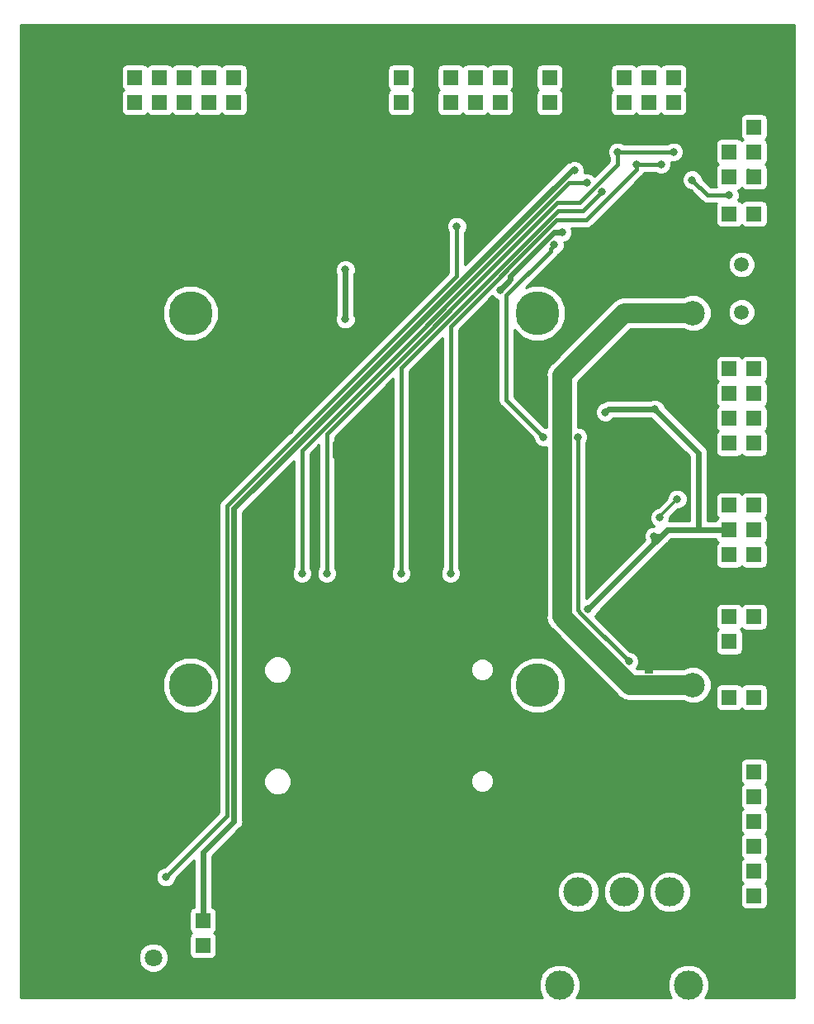
<source format=gbr>
%TF.GenerationSoftware,KiCad,Pcbnew,6.0.11+dfsg-1~bpo11+1*%
%TF.CreationDate,2023-05-24T21:30:18+00:00*%
%TF.ProjectId,DATALOGGER01A,44415441-4c4f-4474-9745-523031412e6b,rev?*%
%TF.SameCoordinates,Original*%
%TF.FileFunction,Copper,L1,Top*%
%TF.FilePolarity,Positive*%
%FSLAX46Y46*%
G04 Gerber Fmt 4.6, Leading zero omitted, Abs format (unit mm)*
G04 Created by KiCad (PCBNEW 6.0.11+dfsg-1~bpo11+1) date 2023-05-24 21:30:18*
%MOMM*%
%LPD*%
G01*
G04 APERTURE LIST*
%TA.AperFunction,ComponentPad*%
%ADD10R,1.524000X1.524000*%
%TD*%
%TA.AperFunction,WasherPad*%
%ADD11C,4.500000*%
%TD*%
%TA.AperFunction,ComponentPad*%
%ADD12C,2.500000*%
%TD*%
%TA.AperFunction,ComponentPad*%
%ADD13C,6.000000*%
%TD*%
%TA.AperFunction,ComponentPad*%
%ADD14R,1.800000X1.800000*%
%TD*%
%TA.AperFunction,ComponentPad*%
%ADD15C,1.800000*%
%TD*%
%TA.AperFunction,ComponentPad*%
%ADD16C,1.501140*%
%TD*%
%TA.AperFunction,ComponentPad*%
%ADD17C,3.000000*%
%TD*%
%TA.AperFunction,SMDPad,CuDef*%
%ADD18R,0.900000X1.600000*%
%TD*%
%TA.AperFunction,ComponentPad*%
%ADD19C,0.600000*%
%TD*%
%TA.AperFunction,ViaPad*%
%ADD20C,0.800000*%
%TD*%
%TA.AperFunction,Conductor*%
%ADD21C,0.300000*%
%TD*%
%TA.AperFunction,Conductor*%
%ADD22C,0.250000*%
%TD*%
%TA.AperFunction,Conductor*%
%ADD23C,0.400000*%
%TD*%
%TA.AperFunction,Conductor*%
%ADD24C,2.000000*%
%TD*%
%TA.AperFunction,Conductor*%
%ADD25C,0.600000*%
%TD*%
%TA.AperFunction,Conductor*%
%ADD26C,0.254000*%
%TD*%
G04 APERTURE END LIST*
D10*
%TO.P,J26,1*%
%TO.N,/PB0*%
X55245000Y92710000D03*
%TO.P,J26,2*%
X55245000Y95250000D03*
%TD*%
D11*
%TO.P,BT1,*%
%TO.N,*%
X53995000Y71120000D03*
X18395000Y71120000D03*
D12*
%TO.P,BT1,1*%
%TO.N,Net-(BT1-Pad1)*%
X69945000Y71120000D03*
%TO.P,BT1,2*%
%TO.N,GND*%
X2445000Y71120000D03*
%TD*%
D10*
%TO.P,J24,1*%
%TO.N,VDD*%
X50165000Y92710000D03*
%TO.P,J24,2*%
X50165000Y95250000D03*
%TD*%
%TO.P,J4,1*%
%TO.N,/PC1*%
X76200000Y46355000D03*
%TO.P,J4,2*%
X73660000Y46355000D03*
%TD*%
%TO.P,J22,1*%
%TO.N,/PA0*%
X47625000Y92710000D03*
%TO.P,J22,2*%
X47625000Y95250000D03*
%TD*%
%TO.P,J20,1*%
%TO.N,/TX1*%
X73660000Y57785000D03*
%TO.P,J20,2*%
X76200000Y57785000D03*
%TD*%
%TO.P,J17,1*%
%TO.N,/RX0*%
X73660000Y65405000D03*
%TO.P,J17,2*%
X76200000Y65405000D03*
%TD*%
%TO.P,J19,1*%
%TO.N,/RX1*%
X73660000Y60325000D03*
%TO.P,J19,2*%
X76200000Y60325000D03*
%TD*%
%TO.P,J18,1*%
%TO.N,/TX0*%
X73660000Y62865000D03*
%TO.P,J18,2*%
X76200000Y62865000D03*
%TD*%
%TO.P,J1,1*%
%TO.N,GND*%
X76200000Y43815000D03*
%TO.P,J1,2*%
X73660000Y43815000D03*
%TD*%
%TO.P,J2,1*%
%TO.N,/PC0*%
X76200000Y51435000D03*
%TO.P,J2,2*%
X73660000Y51435000D03*
%TD*%
%TO.P,J5,1*%
%TO.N,GND*%
X76200000Y53975000D03*
%TO.P,J5,2*%
X73660000Y53975000D03*
%TD*%
%TO.P,J6,1*%
%TO.N,GND*%
X73660000Y21590000D03*
%TO.P,J6,2*%
X73660000Y24130000D03*
%TO.P,J6,3*%
%TO.N,Net-(F2-Pad1)*%
X76200000Y21590000D03*
%TO.P,J6,4*%
X76200000Y24130000D03*
%TO.P,J6,5*%
%TO.N,GND*%
X78740000Y21590000D03*
%TO.P,J6,6*%
X78740000Y24130000D03*
%TD*%
%TO.P,J8,1*%
%TO.N,/RST#*%
X76200000Y81280000D03*
%TO.P,J8,2*%
X73660000Y81280000D03*
%TD*%
%TO.P,J9,1*%
%TO.N,/AREF*%
X40005000Y92710000D03*
%TO.P,J9,2*%
%TO.N,Net-(C14-Pad1)*%
X40005000Y95250000D03*
%TD*%
%TO.P,J10,1*%
%TO.N,GND*%
X76200000Y29210000D03*
%TO.P,J10,2*%
X73660000Y29210000D03*
%TO.P,J10,3*%
%TO.N,Net-(J10-Pad3)*%
X76200000Y31750000D03*
%TO.P,J10,4*%
X73660000Y31750000D03*
%TO.P,J10,5*%
%TO.N,GND*%
X76200000Y34290000D03*
%TO.P,J10,6*%
X73660000Y34290000D03*
%TD*%
%TO.P,J11,1*%
%TO.N,Net-(J11-Pad1)*%
X19685000Y8890000D03*
%TO.P,J11,2*%
%TO.N,/SD_VDD*%
X19685000Y6350000D03*
%TD*%
%TO.P,J21,1*%
%TO.N,Net-(BT3-Pad1)*%
X73660000Y37465000D03*
%TO.P,J21,2*%
%TO.N,GND*%
X76200000Y37465000D03*
%TD*%
%TO.P,J23,1*%
%TO.N,/PA1*%
X45085000Y92710000D03*
%TO.P,J23,2*%
X45085000Y95250000D03*
%TD*%
%TO.P,J25,1*%
%TO.N,GND*%
X52705000Y92710000D03*
%TO.P,J25,2*%
X52705000Y95250000D03*
%TD*%
%TO.P,J27,1*%
%TO.N,/PB6*%
X65405000Y92710000D03*
%TO.P,J27,2*%
X65405000Y95250000D03*
%TD*%
%TO.P,J28,1*%
%TO.N,/PB7*%
X67945000Y92710000D03*
%TO.P,J28,2*%
X67945000Y95250000D03*
%TD*%
%TO.P,J29,1*%
%TO.N,/PB5*%
X62865000Y92710000D03*
%TO.P,J29,2*%
X62865000Y95250000D03*
%TD*%
%TO.P,J30,1*%
%TO.N,/INTA*%
X73660000Y40005000D03*
%TO.P,J30,2*%
X76200000Y40005000D03*
%TD*%
%TO.P,J31,1*%
%TO.N,/PB6*%
X76200000Y85090000D03*
%TO.P,J31,2*%
%TO.N,VDD*%
X73660000Y85090000D03*
%TO.P,J31,3*%
%TO.N,/PB7*%
X76200000Y87630000D03*
%TO.P,J31,4*%
%TO.N,/PB5*%
X73660000Y87630000D03*
%TO.P,J31,5*%
%TO.N,/RST#_P*%
X76200000Y90170000D03*
%TO.P,J31,6*%
%TO.N,GND*%
X73660000Y90170000D03*
%TD*%
D13*
%TO.P,M3,1*%
%TO.N,GND*%
X5080000Y96520000D03*
%TD*%
%TO.P,M2,1*%
%TO.N,GND*%
X5080000Y5080000D03*
%TD*%
%TO.P,M4,1*%
%TO.N,GND*%
X76200000Y96200000D03*
%TD*%
D10*
%TO.P,J32,1*%
%TO.N,Net-(F1-Pad2)*%
X76200000Y16510000D03*
%TO.P,J32,2*%
%TO.N,Net-(F2-Pad1)*%
X76200000Y19050000D03*
%TD*%
%TO.P,J33,1*%
%TO.N,GND*%
X73660000Y11430000D03*
%TO.P,J33,2*%
X73660000Y13970000D03*
%TO.P,J33,3*%
%TO.N,Net-(F1-Pad2)*%
X76200000Y11430000D03*
%TO.P,J33,4*%
X76200000Y13970000D03*
%TO.P,J33,5*%
%TO.N,GND*%
X78740000Y11430000D03*
%TO.P,J33,6*%
X78740000Y13970000D03*
%TD*%
D11*
%TO.P,BT2,*%
%TO.N,*%
X18395000Y33020000D03*
X53995000Y33020000D03*
D12*
%TO.P,BT2,1*%
%TO.N,Net-(BT1-Pad1)*%
X69945000Y33020000D03*
%TO.P,BT2,2*%
%TO.N,GND*%
X2445000Y33020000D03*
%TD*%
D14*
%TO.P,D3,1*%
%TO.N,GND*%
X12065000Y5080000D03*
D15*
%TO.P,D3,2*%
%TO.N,Net-(D3-Pad2)*%
X14605000Y5080000D03*
%TD*%
D10*
%TO.P,J3,1*%
%TO.N,VDD*%
X76200000Y48895000D03*
%TO.P,J3,2*%
X73660000Y48895000D03*
%TD*%
D16*
%TO.P,Y1,1*%
%TO.N,Net-(C5-Pad1)*%
X74930000Y76100940D03*
%TO.P,Y1,2*%
%TO.N,Net-(C8-Pad1)*%
X74930000Y71219060D03*
%TD*%
D10*
%TO.P,J12,1*%
%TO.N,/PC2*%
X12700000Y92710000D03*
%TO.P,J12,2*%
X12700000Y95250000D03*
%TD*%
%TO.P,J16,1*%
%TO.N,/PC6*%
X22860000Y92710000D03*
%TO.P,J16,2*%
X22860000Y95250000D03*
%TD*%
%TO.P,J15,1*%
%TO.N,/PC5*%
X20320000Y92710000D03*
%TO.P,J15,2*%
X20320000Y95250000D03*
%TD*%
%TO.P,J14,1*%
%TO.N,/INT*%
X17780000Y92710000D03*
%TO.P,J14,2*%
X17780000Y95250000D03*
%TD*%
%TO.P,J13,1*%
%TO.N,/PC3*%
X15240000Y92710000D03*
%TO.P,J13,2*%
X15240000Y95250000D03*
%TD*%
D17*
%TO.P,SW1,1*%
%TO.N,Net-(C10-Pad1)*%
X58165000Y11816000D03*
%TO.P,SW1,2*%
%TO.N,Net-(D2-Pad1)*%
X62865000Y11816000D03*
%TO.P,SW1,3*%
%TO.N,N/C*%
X67565000Y11816000D03*
%TO.P,SW1,4*%
X56260000Y2286000D03*
X69470000Y2286000D03*
%TD*%
D18*
%TO.P,U2,9*%
%TO.N,GND*%
X65405000Y34925000D03*
D19*
X65405000Y35425000D03*
X65405000Y34425000D03*
%TD*%
D20*
%TO.N,GND*%
X79375000Y74295000D03*
X50165000Y56515000D03*
X52515000Y82550000D03*
X5715000Y68580000D03*
X34925000Y34290000D03*
X6350000Y36195000D03*
X66675000Y77470000D03*
X41275000Y55880000D03*
X53975000Y27940000D03*
X62230000Y22860000D03*
X4445000Y36195000D03*
X30480000Y83185000D03*
X52705000Y90970000D03*
X73660000Y92075000D03*
X38735000Y58420000D03*
X57300686Y73810686D03*
X34925000Y35560000D03*
X66675000Y67310000D03*
X79375000Y71755000D03*
X42545000Y27940000D03*
X68580000Y77470000D03*
X57785000Y92075000D03*
X26670000Y57785000D03*
X52705000Y26670000D03*
X4445000Y33020000D03*
X59690000Y19050000D03*
X41275000Y52070000D03*
X8255000Y68580000D03*
X41910000Y3810000D03*
X71755000Y92075000D03*
X46355000Y57150000D03*
X52515000Y85725000D03*
X60325000Y78105000D03*
X24130000Y56515000D03*
X52070000Y62865000D03*
X40005000Y80010000D03*
X43815000Y86360000D03*
X43815000Y89535000D03*
X36830000Y3810000D03*
X40640000Y88900000D03*
X59055000Y92075000D03*
X34925000Y27940000D03*
X76200000Y67310000D03*
X50165000Y58420000D03*
X71120000Y75565000D03*
X52705000Y27940000D03*
X31750000Y80645000D03*
X65405000Y43815000D03*
X31115000Y50165000D03*
X33655000Y57785000D03*
X34925000Y46355000D03*
X42545000Y95885000D03*
X73660000Y67310000D03*
X63500000Y21590000D03*
X64770000Y21590000D03*
X27305000Y31115000D03*
X43815000Y50800000D03*
X66675000Y73660000D03*
X42545000Y34925000D03*
X60325000Y79375000D03*
X54610000Y85725000D03*
X53975000Y25400000D03*
X34290000Y80645000D03*
X38735000Y62865000D03*
X46355000Y59690000D03*
X46355000Y58420000D03*
X22225000Y57150000D03*
X63500000Y22860000D03*
X24765000Y31750000D03*
X38735000Y80010000D03*
X46355000Y55245000D03*
X4445000Y31115000D03*
X40640000Y87630000D03*
X46355000Y49530000D03*
X26035000Y33020000D03*
X60960000Y45085000D03*
X50165000Y26670000D03*
X33655000Y53975000D03*
X29210000Y83185000D03*
X48895000Y84455000D03*
X51435000Y26670000D03*
X38735000Y78740000D03*
X31115000Y56515000D03*
X1905000Y36195000D03*
X18415000Y57150000D03*
X53975000Y46990000D03*
X30480000Y80645000D03*
X42545000Y33020000D03*
X43815000Y53975000D03*
X63500000Y20320000D03*
X43815000Y52070000D03*
X64770000Y20320000D03*
X55245000Y27940000D03*
X42545000Y29845000D03*
X28575000Y59055000D03*
X58585000Y69850000D03*
X72390000Y74295000D03*
X61415000Y74295000D03*
X36830000Y46355000D03*
X59690000Y45085000D03*
X53975000Y60960000D03*
X38735000Y54610000D03*
X39370000Y86360000D03*
X52070000Y64770000D03*
X57935686Y73175686D03*
X40005000Y78740000D03*
X33655000Y50165000D03*
X34925000Y45085000D03*
X39370000Y3810000D03*
X79375000Y73025000D03*
X55245000Y25400000D03*
X42545000Y31115000D03*
X53975000Y49530000D03*
X39370000Y88900000D03*
X59055000Y90805000D03*
X29210000Y80645000D03*
X56515000Y86360000D03*
X41275000Y50800000D03*
X50165000Y59690000D03*
X46355000Y53340000D03*
X71755000Y89700000D03*
X20955000Y57150000D03*
X53975000Y44450000D03*
X78740000Y67310000D03*
X64135000Y81915000D03*
X59055000Y89535000D03*
X53975000Y26670000D03*
X58585000Y71120000D03*
X6350000Y34925000D03*
X54610000Y84455000D03*
X52705000Y25400000D03*
X71120000Y67310000D03*
X41275000Y57150000D03*
X33655000Y55880000D03*
X38100000Y46355000D03*
X33020000Y80645000D03*
X59055000Y78105000D03*
X43815000Y57150000D03*
X31115000Y53975000D03*
X51435000Y27940000D03*
X48895000Y85725000D03*
X38735000Y50800000D03*
X61595000Y41275000D03*
X39370000Y85090000D03*
X71755000Y90805000D03*
X49530000Y86995000D03*
X34925000Y31750000D03*
X46990000Y83820000D03*
X38100000Y45085000D03*
X5715000Y71120000D03*
X26035000Y31750000D03*
X52070000Y66675000D03*
X47625000Y87630000D03*
X31750000Y3810000D03*
X31115000Y52070000D03*
X4445000Y34925000D03*
X38735000Y52705000D03*
X8255000Y71120000D03*
X34925000Y29845000D03*
X50165000Y27940000D03*
X44450000Y84455000D03*
X66675000Y68580000D03*
X40640000Y85090000D03*
X27305000Y32385000D03*
X24765000Y33020000D03*
X41275000Y53340000D03*
X59525000Y70485000D03*
X25400000Y56515000D03*
X64770000Y22860000D03*
X43815000Y55880000D03*
X38735000Y56515000D03*
X36830000Y45085000D03*
X55245000Y26670000D03*
X40640000Y86360000D03*
X41275000Y54610000D03*
X11430000Y71120000D03*
X6350000Y31115000D03*
X11430000Y68580000D03*
X39370000Y87630000D03*
X79375000Y70485000D03*
X38735000Y59690000D03*
X42545000Y97155000D03*
X59690000Y20955000D03*
X50800000Y87630000D03*
X46355000Y51435000D03*
X66675000Y75565000D03*
X18415000Y55245000D03*
X18415000Y53340000D03*
X64135000Y39370000D03*
X6350000Y33020000D03*
X34290000Y3810000D03*
%TO.N,VDD*%
X60960000Y60960000D03*
X66040000Y61277500D03*
X34290000Y70485000D03*
X59164557Y40749557D03*
X65925000Y48260000D03*
X34290000Y75565000D03*
X50165000Y73495000D03*
X56515000Y79375000D03*
%TO.N,/PC0*%
X66510000Y50165000D03*
X68326000Y52070000D03*
%TO.N,Net-(J11-Pad1)*%
X57785000Y85725000D03*
%TO.N,/PB6*%
X64135000Y86360000D03*
X66675000Y86360000D03*
X45085000Y44450000D03*
%TO.N,/PB7*%
X40005000Y44450000D03*
X60573186Y83571814D03*
%TO.N,/PB5*%
X67945000Y87630000D03*
X62215000Y87630000D03*
X32385000Y44450000D03*
%TO.N,/PB4*%
X29845000Y44450000D03*
X59055000Y84455000D03*
%TO.N,/LED*%
X15875000Y13335000D03*
X45720000Y80010000D03*
%TO.N,/PA2*%
X55715000Y78105000D03*
X54610000Y58420000D03*
X58115000Y58420000D03*
X63361371Y35421371D03*
%TO.N,/RST#_P*%
X73660000Y83185000D03*
X69850000Y84772500D03*
%TD*%
D21*
%TO.N,GND*%
X38735000Y59690000D02*
X38735000Y62865000D01*
X38296998Y51435000D02*
X38735000Y52705000D01*
D22*
X31115000Y50165000D02*
X31115000Y52070000D01*
D21*
X39370000Y87630000D02*
X39370000Y88900000D01*
X59690000Y19050000D02*
X59690000Y20955000D01*
X33185000Y56350000D02*
X33655000Y55880000D01*
D23*
X73660000Y67310000D02*
X71120000Y67310000D01*
D21*
X73660000Y90170000D02*
X73660000Y92075000D01*
X33185000Y57785000D02*
X33185000Y56350000D01*
X46355000Y55245000D02*
X46355000Y53340000D01*
X40005000Y80010000D02*
X40005000Y78740000D01*
D22*
X43815000Y86360000D02*
X43815000Y89535000D01*
X36830000Y3810000D02*
X34290000Y3810000D01*
D21*
X41275000Y57150000D02*
X41275000Y55880000D01*
X31750000Y80645000D02*
X30480000Y80645000D01*
D22*
X34380001Y53430001D02*
X34834999Y53430001D01*
D21*
X38735000Y62395000D02*
X39205000Y62865000D01*
X11430000Y71120000D02*
X11430000Y68580000D01*
X55245000Y25400000D02*
X55245000Y26670000D01*
X18415000Y57150000D02*
X20955000Y57150000D01*
X53975000Y26670000D02*
X52705000Y26670000D01*
X38735000Y50800000D02*
X38296998Y51435000D01*
D22*
X34834999Y53430001D02*
X34925000Y53520002D01*
D21*
X42545000Y27940000D02*
X42545000Y29845000D01*
X8255000Y68580000D02*
X5715000Y68580000D01*
X34290000Y80645000D02*
X33020000Y80645000D01*
D23*
X66675000Y73660000D02*
X66675000Y75565000D01*
D21*
X50165000Y56515000D02*
X50165000Y58420000D01*
X52070000Y64770000D02*
X52070000Y62865000D01*
X58585000Y69850000D02*
X55410000Y66675000D01*
D22*
X50800000Y85725000D02*
X49530000Y86995000D01*
X38100000Y46355000D02*
X37465000Y46990000D01*
X50800000Y87630000D02*
X47625000Y87630000D01*
D21*
X52705000Y82550000D02*
X54610000Y84455000D01*
X58585000Y71120000D02*
X58585000Y69850000D01*
X2445000Y35655000D02*
X1905000Y36195000D01*
X52515000Y82550000D02*
X52705000Y82550000D01*
X57300686Y73810686D02*
X57935686Y73175686D01*
D22*
X64135000Y39370000D02*
X63500000Y39370000D01*
D21*
X6350000Y34925000D02*
X6350000Y33020000D01*
D22*
X37465000Y51435000D02*
X38296998Y51435000D01*
D21*
X4445000Y36195000D02*
X6350000Y36195000D01*
X52705000Y27940000D02*
X53975000Y27940000D01*
X40640000Y86360000D02*
X40640000Y85090000D01*
X64770000Y20320000D02*
X63500000Y20320000D01*
D22*
X46990000Y83820000D02*
X45085000Y83820000D01*
D21*
X43815000Y52070000D02*
X43815000Y53975000D01*
X50165000Y27940000D02*
X51435000Y27940000D01*
X79375000Y71755000D02*
X79375000Y70485000D01*
X79375000Y74295000D02*
X79375000Y73025000D01*
D22*
X28575000Y59055000D02*
X27940000Y59055000D01*
D21*
X71755000Y92075000D02*
X71755000Y90805000D01*
X38100000Y45085000D02*
X38100000Y46355000D01*
X46355000Y58420000D02*
X46355000Y57150000D01*
X27305000Y32385000D02*
X27305000Y31115000D01*
X34925000Y45085000D02*
X36830000Y45085000D01*
X33655000Y52705000D02*
X33655000Y50165000D01*
X38735000Y78740000D02*
X38735000Y80010000D01*
X60325000Y79375000D02*
X60325000Y78105000D01*
X42545000Y31115000D02*
X42545000Y33020000D01*
D22*
X48895000Y85725000D02*
X48895000Y84455000D01*
X34925000Y56515000D02*
X33660010Y57779990D01*
X33660010Y57779990D02*
X33660010Y57785000D01*
D21*
X41275000Y54610000D02*
X41275000Y53340000D01*
X43815000Y55880000D02*
X43815000Y57150000D01*
X18415000Y53340000D02*
X18415000Y55245000D01*
X52705000Y25400000D02*
X53975000Y25400000D01*
D22*
X42545000Y95885000D02*
X42545000Y97155000D01*
D21*
X6350000Y31115000D02*
X4445000Y31115000D01*
X57785000Y92075000D02*
X59055000Y92075000D01*
X62230000Y22860000D02*
X63500000Y22860000D01*
D22*
X52515000Y85725000D02*
X50800000Y85725000D01*
X37465000Y46990000D02*
X37465000Y51435000D01*
D21*
X50165000Y59690000D02*
X46355000Y59690000D01*
D22*
X53975000Y44450000D02*
X53975000Y46990000D01*
D21*
X38735000Y58420000D02*
X38735000Y62395000D01*
X26035000Y31750000D02*
X26035000Y33020000D01*
D22*
X31115000Y53975000D02*
X31115000Y56515000D01*
X25400000Y56515000D02*
X24130000Y56515000D01*
D21*
X40640000Y88900000D02*
X40640000Y87630000D01*
D23*
X78740000Y67310000D02*
X76200000Y67310000D01*
X66675000Y67310000D02*
X66675000Y68580000D01*
D21*
X39370000Y85090000D02*
X39370000Y86360000D01*
D22*
X45085000Y83820000D02*
X44450000Y84455000D01*
X60960000Y45085000D02*
X59690000Y45085000D01*
X41910000Y3810000D02*
X39370000Y3810000D01*
D23*
X66675000Y77470000D02*
X68580000Y77470000D01*
D21*
X33655000Y53975000D02*
X33655000Y52705000D01*
X5715000Y71120000D02*
X8255000Y71120000D01*
X64770000Y22860000D02*
X64770000Y21590000D01*
X41275000Y52070000D02*
X41275000Y50800000D01*
X34925000Y31750000D02*
X34925000Y34290000D01*
X4445000Y33020000D02*
X4445000Y34925000D01*
D22*
X34925000Y53520002D02*
X34925000Y56515000D01*
D21*
X36830000Y46355000D02*
X34925000Y46355000D01*
X24765000Y33020000D02*
X24765000Y31750000D01*
X34925000Y27940000D02*
X34925000Y29845000D01*
D22*
X33655000Y52705000D02*
X34380001Y53430001D01*
D21*
X34925000Y35560000D02*
X34925000Y37465000D01*
X51435000Y26670000D02*
X50165000Y26670000D01*
X59055000Y90805000D02*
X59055000Y89535000D01*
D22*
X63500000Y39370000D02*
X61595000Y41275000D01*
D21*
X38735000Y54610000D02*
X38735000Y56515000D01*
X46355000Y51435000D02*
X46355000Y49530000D01*
X2445000Y33020000D02*
X2445000Y35655000D01*
X55410000Y66675000D02*
X52070000Y66675000D01*
D23*
X71120000Y75565000D02*
X72390000Y74295000D01*
D21*
X30480000Y83185000D02*
X29210000Y83185000D01*
D22*
X43815000Y49530000D02*
X43815000Y50800000D01*
X27940000Y59055000D02*
X26670000Y57785000D01*
D24*
%TO.N,Net-(BT1-Pad1)*%
X69945000Y71120000D02*
X62865000Y71120000D01*
X56515000Y40005000D02*
X63500000Y33020000D01*
X56515000Y64770000D02*
X56515000Y40005000D01*
X62865000Y71120000D02*
X56515000Y64770000D01*
X63500000Y33020000D02*
X69945000Y33020000D01*
D25*
%TO.N,VDD*%
X51235512Y74565512D02*
X51235512Y74930000D01*
X67310000Y48895000D02*
X70485000Y48895000D01*
X65994315Y47625000D02*
X66040000Y47625000D01*
X55680512Y79375000D02*
X56515000Y79375000D01*
X70485000Y48895000D02*
X73660000Y48895000D01*
X70485000Y56832500D02*
X66040000Y61277500D01*
X66040000Y61277500D02*
X61277500Y61277500D01*
X66675000Y48260000D02*
X67310000Y48895000D01*
X66675000Y48260000D02*
X66040000Y47625000D01*
X50165000Y73495000D02*
X51235512Y74565512D01*
X61277500Y61277500D02*
X60960000Y60960000D01*
X65925000Y48260000D02*
X65925000Y47694315D01*
X70485000Y48895000D02*
X70485000Y56832500D01*
X34290000Y75565000D02*
X34290000Y70485000D01*
X65925000Y48260000D02*
X66675000Y48260000D01*
X65925000Y47694315D02*
X65994315Y47625000D01*
X66040000Y47625000D02*
X59164557Y40749557D01*
X51235512Y74930000D02*
X55680512Y79375000D01*
D21*
%TO.N,/PC0*%
X66510000Y50165000D02*
X66510000Y50254000D01*
X66510000Y50254000D02*
X68326000Y52070000D01*
D25*
%TO.N,Net-(J11-Pad1)*%
X57785000Y85725000D02*
X57504962Y85725000D01*
X19685000Y15875000D02*
X19685000Y8890000D01*
X22860000Y19050000D02*
X19685000Y15875000D01*
X57504962Y85725000D02*
X22860000Y51080038D01*
X22860000Y51080038D02*
X22860000Y19050000D01*
D23*
%TO.N,/PB6*%
X58985685Y80645000D02*
X55960550Y80645000D01*
X64135000Y85794315D02*
X58985685Y80645000D01*
X45085000Y57699002D02*
X45085000Y44450000D01*
X55960550Y80645000D02*
X45085000Y69769450D01*
X76200000Y85090000D02*
X75565000Y85725000D01*
X66675000Y86360000D02*
X64135000Y86360000D01*
X64135000Y86360000D02*
X64135000Y85794315D01*
X45085000Y69769450D02*
X45085000Y57699002D01*
%TO.N,/PB7*%
X58610747Y81609375D02*
X56076383Y81609375D01*
X40005000Y62865000D02*
X40005000Y44450000D01*
X56076383Y81609375D02*
X40005000Y65537992D01*
X60573186Y83571814D02*
X58610747Y81609375D01*
X40005000Y65537992D02*
X40005000Y62865000D01*
%TO.N,/PB5*%
X62215000Y86345000D02*
X58275767Y82405767D01*
X58275767Y82405767D02*
X56024233Y82405767D01*
X56024233Y82405767D02*
X32385000Y58766534D01*
X32385000Y58766534D02*
X32385000Y56515000D01*
X32385000Y56515000D02*
X32385000Y44450000D01*
X62215000Y87630000D02*
X62215000Y86345000D01*
X67945000Y87630000D02*
X62215000Y87630000D01*
%TO.N,/PB4*%
X59055000Y84455000D02*
X57224924Y84455000D01*
X29845000Y55245000D02*
X29845000Y44450000D01*
X57224924Y84455000D02*
X29845000Y57075076D01*
X29845000Y57075076D02*
X29845000Y55245000D01*
%TO.N,/LED*%
X22159990Y19619990D02*
X15875000Y13335000D01*
X22159990Y51369990D02*
X22159990Y19619990D01*
X45720000Y74930000D02*
X22159990Y51369990D01*
X45720000Y80010000D02*
X45720000Y74930000D01*
%TO.N,/PA2*%
X58115000Y58420000D02*
X57915010Y58420000D01*
X58115000Y40667742D02*
X58420000Y40362742D01*
X55315001Y77460999D02*
X50800000Y72945998D01*
X63361371Y35421371D02*
X58420000Y40362742D01*
X58115000Y58420000D02*
X58115000Y40667742D01*
X55715000Y78105000D02*
X55315001Y77705001D01*
X55315001Y77705001D02*
X55315001Y77460999D01*
X50800000Y72945998D02*
X50800000Y62230000D01*
X50800000Y62230000D02*
X54610000Y58420000D01*
%TO.N,/RST#_P*%
X69850000Y84772500D02*
X71437500Y83185000D01*
X71437500Y83185000D02*
X73660000Y83185000D01*
%TD*%
%TO.N,GND*%
D26*
X80291000Y989000D02*
X71192346Y989000D01*
X71279966Y1076620D01*
X71605000Y1861322D01*
X71605000Y2710678D01*
X71279966Y3495380D01*
X70679380Y4095966D01*
X69894678Y4421000D01*
X69045322Y4421000D01*
X68260620Y4095966D01*
X67660034Y3495380D01*
X67335000Y2710678D01*
X67335000Y1861322D01*
X67660034Y1076620D01*
X67747654Y989000D01*
X57982346Y989000D01*
X58069966Y1076620D01*
X58395000Y1861322D01*
X58395000Y2710678D01*
X58069966Y3495380D01*
X57469380Y4095966D01*
X56684678Y4421000D01*
X55835322Y4421000D01*
X55050620Y4095966D01*
X54450034Y3495380D01*
X54125000Y2710678D01*
X54125000Y1861322D01*
X54450034Y1076620D01*
X54537654Y989000D01*
X989000Y989000D01*
X989000Y5385330D01*
X13070000Y5385330D01*
X13070000Y4774670D01*
X13303690Y4210493D01*
X13735493Y3778690D01*
X14299670Y3545000D01*
X14910330Y3545000D01*
X15474507Y3778690D01*
X15906310Y4210493D01*
X16140000Y4774670D01*
X16140000Y5385330D01*
X15906310Y5949507D01*
X15474507Y6381310D01*
X14910330Y6615000D01*
X14299670Y6615000D01*
X13735493Y6381310D01*
X13303690Y5949507D01*
X13070000Y5385330D01*
X989000Y5385330D01*
X989000Y13540874D01*
X14840000Y13540874D01*
X14840000Y13129126D01*
X14997569Y12748720D01*
X15288720Y12457569D01*
X15669126Y12300000D01*
X16080874Y12300000D01*
X16461280Y12457569D01*
X16752431Y12748720D01*
X16910000Y13129126D01*
X16910000Y13189133D01*
X18750000Y15029133D01*
X18750001Y10265029D01*
X18675235Y10250157D01*
X18465191Y10109809D01*
X18324843Y9899765D01*
X18275560Y9652000D01*
X18275560Y8128000D01*
X18324843Y7880235D01*
X18465191Y7670191D01*
X18540307Y7620000D01*
X18465191Y7569809D01*
X18324843Y7359765D01*
X18275560Y7112000D01*
X18275560Y5588000D01*
X18324843Y5340235D01*
X18465191Y5130191D01*
X18675235Y4989843D01*
X18923000Y4940560D01*
X20447000Y4940560D01*
X20694765Y4989843D01*
X20904809Y5130191D01*
X21045157Y5340235D01*
X21094440Y5588000D01*
X21094440Y7112000D01*
X21045157Y7359765D01*
X20904809Y7569809D01*
X20829693Y7620000D01*
X20904809Y7670191D01*
X21045157Y7880235D01*
X21094440Y8128000D01*
X21094440Y9652000D01*
X21045157Y9899765D01*
X20904809Y10109809D01*
X20694765Y10250157D01*
X20620000Y10265029D01*
X20620000Y12240678D01*
X56030000Y12240678D01*
X56030000Y11391322D01*
X56355034Y10606620D01*
X56955620Y10006034D01*
X57740322Y9681000D01*
X58589678Y9681000D01*
X59374380Y10006034D01*
X59974966Y10606620D01*
X60300000Y11391322D01*
X60300000Y12240678D01*
X60730000Y12240678D01*
X60730000Y11391322D01*
X61055034Y10606620D01*
X61655620Y10006034D01*
X62440322Y9681000D01*
X63289678Y9681000D01*
X64074380Y10006034D01*
X64674966Y10606620D01*
X65000000Y11391322D01*
X65000000Y12240678D01*
X65430000Y12240678D01*
X65430000Y11391322D01*
X65755034Y10606620D01*
X66355620Y10006034D01*
X67140322Y9681000D01*
X67989678Y9681000D01*
X68774380Y10006034D01*
X69374966Y10606620D01*
X69700000Y11391322D01*
X69700000Y12240678D01*
X69374966Y13025380D01*
X68774380Y13625966D01*
X67989678Y13951000D01*
X67140322Y13951000D01*
X66355620Y13625966D01*
X65755034Y13025380D01*
X65430000Y12240678D01*
X65000000Y12240678D01*
X64674966Y13025380D01*
X64074380Y13625966D01*
X63289678Y13951000D01*
X62440322Y13951000D01*
X61655620Y13625966D01*
X61055034Y13025380D01*
X60730000Y12240678D01*
X60300000Y12240678D01*
X59974966Y13025380D01*
X59374380Y13625966D01*
X58589678Y13951000D01*
X57740322Y13951000D01*
X56955620Y13625966D01*
X56355034Y13025380D01*
X56030000Y12240678D01*
X20620000Y12240678D01*
X20620000Y15487711D01*
X23456031Y18323741D01*
X23534097Y18375903D01*
X23740750Y18685181D01*
X23795000Y18957914D01*
X23813317Y19049999D01*
X23795000Y19142085D01*
X23795000Y23430439D01*
X25895000Y23430439D01*
X25895000Y22859561D01*
X26113466Y22332138D01*
X26517138Y21928466D01*
X27044561Y21710000D01*
X27615439Y21710000D01*
X28142862Y21928466D01*
X28546534Y22332138D01*
X28765000Y22859561D01*
X28765000Y23380711D01*
X47145000Y23380711D01*
X47145000Y22909289D01*
X47325405Y22473751D01*
X47658751Y22140405D01*
X48094289Y21960000D01*
X48565711Y21960000D01*
X49001249Y22140405D01*
X49334595Y22473751D01*
X49515000Y22909289D01*
X49515000Y23380711D01*
X49334595Y23816249D01*
X49001249Y24149595D01*
X48565711Y24330000D01*
X48094289Y24330000D01*
X47658751Y24149595D01*
X47325405Y23816249D01*
X47145000Y23380711D01*
X28765000Y23380711D01*
X28765000Y23430439D01*
X28546534Y23957862D01*
X28142862Y24361534D01*
X27615439Y24580000D01*
X27044561Y24580000D01*
X26517138Y24361534D01*
X26113466Y23957862D01*
X25895000Y23430439D01*
X23795000Y23430439D01*
X23795000Y24892000D01*
X74790560Y24892000D01*
X74790560Y23368000D01*
X74839843Y23120235D01*
X74980191Y22910191D01*
X75055307Y22860000D01*
X74980191Y22809809D01*
X74839843Y22599765D01*
X74790560Y22352000D01*
X74790560Y20828000D01*
X74839843Y20580235D01*
X74980191Y20370191D01*
X75055307Y20320000D01*
X74980191Y20269809D01*
X74839843Y20059765D01*
X74790560Y19812000D01*
X74790560Y18288000D01*
X74839843Y18040235D01*
X74980191Y17830191D01*
X75055307Y17780000D01*
X74980191Y17729809D01*
X74839843Y17519765D01*
X74790560Y17272000D01*
X74790560Y15748000D01*
X74839843Y15500235D01*
X74980191Y15290191D01*
X75055307Y15240000D01*
X74980191Y15189809D01*
X74839843Y14979765D01*
X74790560Y14732000D01*
X74790560Y13208000D01*
X74839843Y12960235D01*
X74980191Y12750191D01*
X75055307Y12700000D01*
X74980191Y12649809D01*
X74839843Y12439765D01*
X74790560Y12192000D01*
X74790560Y10668000D01*
X74839843Y10420235D01*
X74980191Y10210191D01*
X75190235Y10069843D01*
X75438000Y10020560D01*
X76962000Y10020560D01*
X77209765Y10069843D01*
X77419809Y10210191D01*
X77560157Y10420235D01*
X77609440Y10668000D01*
X77609440Y12192000D01*
X77560157Y12439765D01*
X77419809Y12649809D01*
X77344693Y12700000D01*
X77419809Y12750191D01*
X77560157Y12960235D01*
X77609440Y13208000D01*
X77609440Y14732000D01*
X77560157Y14979765D01*
X77419809Y15189809D01*
X77344693Y15240000D01*
X77419809Y15290191D01*
X77560157Y15500235D01*
X77609440Y15748000D01*
X77609440Y17272000D01*
X77560157Y17519765D01*
X77419809Y17729809D01*
X77344693Y17780000D01*
X77419809Y17830191D01*
X77560157Y18040235D01*
X77609440Y18288000D01*
X77609440Y19812000D01*
X77560157Y20059765D01*
X77419809Y20269809D01*
X77344693Y20320000D01*
X77419809Y20370191D01*
X77560157Y20580235D01*
X77609440Y20828000D01*
X77609440Y22352000D01*
X77560157Y22599765D01*
X77419809Y22809809D01*
X77344693Y22860000D01*
X77419809Y22910191D01*
X77560157Y23120235D01*
X77609440Y23368000D01*
X77609440Y24892000D01*
X77560157Y25139765D01*
X77419809Y25349809D01*
X77209765Y25490157D01*
X76962000Y25539440D01*
X75438000Y25539440D01*
X75190235Y25490157D01*
X74980191Y25349809D01*
X74839843Y25139765D01*
X74790560Y24892000D01*
X23795000Y24892000D01*
X23795000Y34860439D01*
X25895000Y34860439D01*
X25895000Y34289561D01*
X26113466Y33762138D01*
X26517138Y33358466D01*
X27044561Y33140000D01*
X27615439Y33140000D01*
X28142862Y33358466D01*
X28546534Y33762138D01*
X28765000Y34289561D01*
X28765000Y34810711D01*
X47145000Y34810711D01*
X47145000Y34339289D01*
X47325405Y33903751D01*
X47658751Y33570405D01*
X48094289Y33390000D01*
X48565711Y33390000D01*
X49001249Y33570405D01*
X49024706Y33593862D01*
X51110000Y33593862D01*
X51110000Y32446138D01*
X51549216Y31385779D01*
X52360779Y30574216D01*
X53421138Y30135000D01*
X54568862Y30135000D01*
X55629221Y30574216D01*
X56440784Y31385779D01*
X56880000Y32446138D01*
X56880000Y33593862D01*
X56440784Y34654221D01*
X55629221Y35465784D01*
X54568862Y35905000D01*
X53421138Y35905000D01*
X52360779Y35465784D01*
X51549216Y34654221D01*
X51110000Y33593862D01*
X49024706Y33593862D01*
X49334595Y33903751D01*
X49515000Y34339289D01*
X49515000Y34810711D01*
X49334595Y35246249D01*
X49001249Y35579595D01*
X48565711Y35760000D01*
X48094289Y35760000D01*
X47658751Y35579595D01*
X47325405Y35246249D01*
X47145000Y34810711D01*
X28765000Y34810711D01*
X28765000Y34860439D01*
X28546534Y35387862D01*
X28142862Y35791534D01*
X27615439Y36010000D01*
X27044561Y36010000D01*
X26517138Y35791534D01*
X26113466Y35387862D01*
X25895000Y34860439D01*
X23795000Y34860439D01*
X23795000Y50692749D01*
X29010001Y55907749D01*
X29010001Y55327241D01*
X29010000Y55327236D01*
X29010001Y45078712D01*
X28967569Y45036280D01*
X28810000Y44655874D01*
X28810000Y44244126D01*
X28967569Y43863720D01*
X29258720Y43572569D01*
X29639126Y43415000D01*
X30050874Y43415000D01*
X30431280Y43572569D01*
X30722431Y43863720D01*
X30880000Y44244126D01*
X30880000Y44655874D01*
X30722431Y45036280D01*
X30680000Y45078711D01*
X30680000Y56729209D01*
X31550001Y57599209D01*
X31550001Y56597241D01*
X31550000Y56597236D01*
X31550001Y45078712D01*
X31507569Y45036280D01*
X31350000Y44655874D01*
X31350000Y44244126D01*
X31507569Y43863720D01*
X31798720Y43572569D01*
X32179126Y43415000D01*
X32590874Y43415000D01*
X32971280Y43572569D01*
X33262431Y43863720D01*
X33420000Y44244126D01*
X33420000Y44655874D01*
X33262431Y45036280D01*
X33220000Y45078711D01*
X33220000Y58420667D01*
X39170000Y64370667D01*
X39170001Y62947241D01*
X39170000Y62947236D01*
X39170001Y45078712D01*
X39127569Y45036280D01*
X38970000Y44655874D01*
X38970000Y44244126D01*
X39127569Y43863720D01*
X39418720Y43572569D01*
X39799126Y43415000D01*
X40210874Y43415000D01*
X40591280Y43572569D01*
X40882431Y43863720D01*
X41040000Y44244126D01*
X41040000Y44655874D01*
X40882431Y45036280D01*
X40840000Y45078711D01*
X40840000Y65192125D01*
X44250000Y68602125D01*
X44250001Y57781243D01*
X44250000Y57781238D01*
X44250001Y45078712D01*
X44207569Y45036280D01*
X44050000Y44655874D01*
X44050000Y44244126D01*
X44207569Y43863720D01*
X44498720Y43572569D01*
X44879126Y43415000D01*
X45290874Y43415000D01*
X45671280Y43572569D01*
X45962431Y43863720D01*
X46120000Y44244126D01*
X46120000Y44655874D01*
X45962431Y45036280D01*
X45920000Y45078711D01*
X45920000Y69423583D01*
X49346353Y72849936D01*
X49578720Y72617569D01*
X49959126Y72460000D01*
X49965000Y72460000D01*
X49965001Y62312238D01*
X49948643Y62230000D01*
X50013448Y61904200D01*
X50058062Y61837431D01*
X50198000Y61627999D01*
X50267718Y61581415D01*
X53575000Y58274132D01*
X53575000Y58214126D01*
X53732569Y57833720D01*
X54023720Y57542569D01*
X54404126Y57385000D01*
X54815874Y57385000D01*
X54880000Y57411562D01*
X54880001Y40166035D01*
X54847969Y40005000D01*
X54946156Y39511385D01*
X54974865Y39367055D01*
X55336232Y38826231D01*
X55472748Y38735014D01*
X62230014Y31977747D01*
X62321231Y31841231D01*
X62608132Y31649530D01*
X62862054Y31479864D01*
X63500000Y31352969D01*
X63661031Y31385000D01*
X68966496Y31385000D01*
X69570050Y31135000D01*
X70319950Y31135000D01*
X71012767Y31421974D01*
X71543026Y31952233D01*
X71774888Y32512000D01*
X72250560Y32512000D01*
X72250560Y30988000D01*
X72299843Y30740235D01*
X72440191Y30530191D01*
X72650235Y30389843D01*
X72898000Y30340560D01*
X74422000Y30340560D01*
X74669765Y30389843D01*
X74879809Y30530191D01*
X74930000Y30605307D01*
X74980191Y30530191D01*
X75190235Y30389843D01*
X75438000Y30340560D01*
X76962000Y30340560D01*
X77209765Y30389843D01*
X77419809Y30530191D01*
X77560157Y30740235D01*
X77609440Y30988000D01*
X77609440Y32512000D01*
X77560157Y32759765D01*
X77419809Y32969809D01*
X77209765Y33110157D01*
X76962000Y33159440D01*
X75438000Y33159440D01*
X75190235Y33110157D01*
X74980191Y32969809D01*
X74930000Y32894693D01*
X74879809Y32969809D01*
X74669765Y33110157D01*
X74422000Y33159440D01*
X72898000Y33159440D01*
X72650235Y33110157D01*
X72440191Y32969809D01*
X72299843Y32759765D01*
X72250560Y32512000D01*
X71774888Y32512000D01*
X71830000Y32645050D01*
X71830000Y33394950D01*
X71543026Y34087767D01*
X71012767Y34618026D01*
X70319950Y34905000D01*
X69570050Y34905000D01*
X68966496Y34655000D01*
X64177239Y34655000D01*
X64117975Y34714264D01*
X64238802Y34835091D01*
X64396371Y35215497D01*
X64396371Y35627245D01*
X64238802Y36007651D01*
X63947651Y36298802D01*
X63567245Y36456371D01*
X63507239Y36456371D01*
X59921160Y40042449D01*
X60041988Y40163277D01*
X60141988Y40404699D01*
X60504289Y40767000D01*
X72250560Y40767000D01*
X72250560Y39243000D01*
X72299843Y38995235D01*
X72440191Y38785191D01*
X72515307Y38735000D01*
X72440191Y38684809D01*
X72299843Y38474765D01*
X72250560Y38227000D01*
X72250560Y36703000D01*
X72299843Y36455235D01*
X72440191Y36245191D01*
X72650235Y36104843D01*
X72898000Y36055560D01*
X74422000Y36055560D01*
X74669765Y36104843D01*
X74879809Y36245191D01*
X75020157Y36455235D01*
X75069440Y36703000D01*
X75069440Y38227000D01*
X75020157Y38474765D01*
X74879809Y38684809D01*
X74804693Y38735000D01*
X74879809Y38785191D01*
X74930000Y38860307D01*
X74980191Y38785191D01*
X75190235Y38644843D01*
X75438000Y38595560D01*
X76962000Y38595560D01*
X77209765Y38644843D01*
X77419809Y38785191D01*
X77560157Y38995235D01*
X77609440Y39243000D01*
X77609440Y40767000D01*
X77560157Y41014765D01*
X77419809Y41224809D01*
X77209765Y41365157D01*
X76962000Y41414440D01*
X75438000Y41414440D01*
X75190235Y41365157D01*
X74980191Y41224809D01*
X74930000Y41149693D01*
X74879809Y41224809D01*
X74669765Y41365157D01*
X74422000Y41414440D01*
X72898000Y41414440D01*
X72650235Y41365157D01*
X72440191Y41224809D01*
X72299843Y41014765D01*
X72250560Y40767000D01*
X60504289Y40767000D01*
X66636031Y46898741D01*
X66714097Y46950903D01*
X66766261Y47028972D01*
X67271028Y47533739D01*
X67349097Y47585903D01*
X67401261Y47663972D01*
X67697289Y47960000D01*
X70392914Y47960000D01*
X70485000Y47941683D01*
X70577086Y47960000D01*
X72284971Y47960000D01*
X72299843Y47885235D01*
X72440191Y47675191D01*
X72515307Y47625000D01*
X72440191Y47574809D01*
X72299843Y47364765D01*
X72250560Y47117000D01*
X72250560Y45593000D01*
X72299843Y45345235D01*
X72440191Y45135191D01*
X72650235Y44994843D01*
X72898000Y44945560D01*
X74422000Y44945560D01*
X74669765Y44994843D01*
X74879809Y45135191D01*
X74930000Y45210307D01*
X74980191Y45135191D01*
X75190235Y44994843D01*
X75438000Y44945560D01*
X76962000Y44945560D01*
X77209765Y44994843D01*
X77419809Y45135191D01*
X77560157Y45345235D01*
X77609440Y45593000D01*
X77609440Y47117000D01*
X77560157Y47364765D01*
X77419809Y47574809D01*
X77344693Y47625000D01*
X77419809Y47675191D01*
X77560157Y47885235D01*
X77609440Y48133000D01*
X77609440Y49657000D01*
X77560157Y49904765D01*
X77419809Y50114809D01*
X77344693Y50165000D01*
X77419809Y50215191D01*
X77560157Y50425235D01*
X77609440Y50673000D01*
X77609440Y52197000D01*
X77560157Y52444765D01*
X77419809Y52654809D01*
X77209765Y52795157D01*
X76962000Y52844440D01*
X75438000Y52844440D01*
X75190235Y52795157D01*
X74980191Y52654809D01*
X74930000Y52579693D01*
X74879809Y52654809D01*
X74669765Y52795157D01*
X74422000Y52844440D01*
X72898000Y52844440D01*
X72650235Y52795157D01*
X72440191Y52654809D01*
X72299843Y52444765D01*
X72250560Y52197000D01*
X72250560Y50673000D01*
X72299843Y50425235D01*
X72440191Y50215191D01*
X72515307Y50165000D01*
X72440191Y50114809D01*
X72299843Y49904765D01*
X72284971Y49830000D01*
X71420000Y49830000D01*
X71420000Y56740419D01*
X71438316Y56832501D01*
X71420000Y56924583D01*
X71420000Y56924586D01*
X71365750Y57197319D01*
X71159097Y57506597D01*
X71081031Y57558759D01*
X67017431Y61622358D01*
X66917431Y61863780D01*
X66626280Y62154931D01*
X66245874Y62312500D01*
X65834126Y62312500D01*
X65592704Y62212500D01*
X61369586Y62212500D01*
X61277500Y62230817D01*
X61185414Y62212500D01*
X60912681Y62158250D01*
X60603403Y61951597D01*
X60585823Y61925287D01*
X60373720Y61837431D01*
X60082569Y61546280D01*
X59925000Y61165874D01*
X59925000Y60754126D01*
X60082569Y60373720D01*
X60373720Y60082569D01*
X60754126Y59925000D01*
X61165874Y59925000D01*
X61546280Y60082569D01*
X61806211Y60342500D01*
X65592704Y60342500D01*
X65695142Y60300069D01*
X69550001Y56445209D01*
X69550000Y49830000D01*
X67491514Y49830000D01*
X67545000Y49959126D01*
X67545000Y50178843D01*
X68401158Y51035000D01*
X68531874Y51035000D01*
X68912280Y51192569D01*
X69203431Y51483720D01*
X69361000Y51864126D01*
X69361000Y52275874D01*
X69203431Y52656280D01*
X68912280Y52947431D01*
X68531874Y53105000D01*
X68120126Y53105000D01*
X67739720Y52947431D01*
X67448569Y52656280D01*
X67291000Y52275874D01*
X67291000Y52145158D01*
X66345843Y51200000D01*
X66304126Y51200000D01*
X65923720Y51042431D01*
X65632569Y50751280D01*
X65475000Y50370874D01*
X65475000Y49959126D01*
X65632569Y49578720D01*
X65916289Y49295000D01*
X65719126Y49295000D01*
X65338720Y49137431D01*
X65047569Y48846280D01*
X64890000Y48465874D01*
X64890000Y48054126D01*
X64965225Y47872515D01*
X58950000Y41857289D01*
X58950000Y57791289D01*
X58992431Y57833720D01*
X59150000Y58214126D01*
X59150000Y58625874D01*
X58992431Y59006280D01*
X58701280Y59297431D01*
X58320874Y59455000D01*
X58150000Y59455000D01*
X58150000Y64092762D01*
X60224238Y66167000D01*
X72250560Y66167000D01*
X72250560Y64643000D01*
X72299843Y64395235D01*
X72440191Y64185191D01*
X72515307Y64135000D01*
X72440191Y64084809D01*
X72299843Y63874765D01*
X72250560Y63627000D01*
X72250560Y62103000D01*
X72299843Y61855235D01*
X72440191Y61645191D01*
X72515307Y61595000D01*
X72440191Y61544809D01*
X72299843Y61334765D01*
X72250560Y61087000D01*
X72250560Y59563000D01*
X72299843Y59315235D01*
X72440191Y59105191D01*
X72515307Y59055000D01*
X72440191Y59004809D01*
X72299843Y58794765D01*
X72250560Y58547000D01*
X72250560Y57023000D01*
X72299843Y56775235D01*
X72440191Y56565191D01*
X72650235Y56424843D01*
X72898000Y56375560D01*
X74422000Y56375560D01*
X74669765Y56424843D01*
X74879809Y56565191D01*
X74930000Y56640307D01*
X74980191Y56565191D01*
X75190235Y56424843D01*
X75438000Y56375560D01*
X76962000Y56375560D01*
X77209765Y56424843D01*
X77419809Y56565191D01*
X77560157Y56775235D01*
X77609440Y57023000D01*
X77609440Y58547000D01*
X77560157Y58794765D01*
X77419809Y59004809D01*
X77344693Y59055000D01*
X77419809Y59105191D01*
X77560157Y59315235D01*
X77609440Y59563000D01*
X77609440Y61087000D01*
X77560157Y61334765D01*
X77419809Y61544809D01*
X77344693Y61595000D01*
X77419809Y61645191D01*
X77560157Y61855235D01*
X77609440Y62103000D01*
X77609440Y63627000D01*
X77560157Y63874765D01*
X77419809Y64084809D01*
X77344693Y64135000D01*
X77419809Y64185191D01*
X77560157Y64395235D01*
X77609440Y64643000D01*
X77609440Y66167000D01*
X77560157Y66414765D01*
X77419809Y66624809D01*
X77209765Y66765157D01*
X76962000Y66814440D01*
X75438000Y66814440D01*
X75190235Y66765157D01*
X74980191Y66624809D01*
X74930000Y66549693D01*
X74879809Y66624809D01*
X74669765Y66765157D01*
X74422000Y66814440D01*
X72898000Y66814440D01*
X72650235Y66765157D01*
X72440191Y66624809D01*
X72299843Y66414765D01*
X72250560Y66167000D01*
X60224238Y66167000D01*
X63542239Y69485000D01*
X68966496Y69485000D01*
X69570050Y69235000D01*
X70319950Y69235000D01*
X71012767Y69521974D01*
X71543026Y70052233D01*
X71830000Y70745050D01*
X71830000Y71494667D01*
X73544430Y71494667D01*
X73544430Y70943453D01*
X73755370Y70434198D01*
X74145138Y70044430D01*
X74654393Y69833490D01*
X75205607Y69833490D01*
X75714862Y70044430D01*
X76104630Y70434198D01*
X76315570Y70943453D01*
X76315570Y71494667D01*
X76104630Y72003922D01*
X75714862Y72393690D01*
X75205607Y72604630D01*
X74654393Y72604630D01*
X74145138Y72393690D01*
X73755370Y72003922D01*
X73544430Y71494667D01*
X71830000Y71494667D01*
X71830000Y71494950D01*
X71543026Y72187767D01*
X71012767Y72718026D01*
X70319950Y73005000D01*
X69570050Y73005000D01*
X68966496Y72755000D01*
X63026029Y72755000D01*
X62864999Y72787031D01*
X62703969Y72755000D01*
X62227055Y72660136D01*
X61686231Y72298769D01*
X61595014Y72162253D01*
X55472750Y66039988D01*
X55336231Y65948769D01*
X54974864Y65407944D01*
X54935927Y65212192D01*
X54847969Y64770000D01*
X54880000Y64608970D01*
X54880000Y59428438D01*
X54815874Y59455000D01*
X54755868Y59455000D01*
X51635000Y62575867D01*
X51635000Y69399995D01*
X52360779Y68674216D01*
X53421138Y68235000D01*
X54568862Y68235000D01*
X55629221Y68674216D01*
X56440784Y69485779D01*
X56880000Y70546138D01*
X56880000Y71693862D01*
X56440784Y72754221D01*
X55629221Y73565784D01*
X54568862Y74005000D01*
X53421138Y74005000D01*
X52770271Y73735401D01*
X55411417Y76376547D01*
X73544430Y76376547D01*
X73544430Y75825333D01*
X73755370Y75316078D01*
X74145138Y74926310D01*
X74654393Y74715370D01*
X75205607Y74715370D01*
X75714862Y74926310D01*
X76104630Y75316078D01*
X76315570Y75825333D01*
X76315570Y76376547D01*
X76104630Y76885802D01*
X75714862Y77275570D01*
X75205607Y77486510D01*
X74654393Y77486510D01*
X74145138Y77275570D01*
X73755370Y76885802D01*
X73544430Y76376547D01*
X55411417Y76376547D01*
X55847284Y76812414D01*
X55917002Y76858998D01*
X56101553Y77135198D01*
X56103643Y77145705D01*
X56301280Y77227569D01*
X56592431Y77518720D01*
X56750000Y77899126D01*
X56750000Y78310874D01*
X56735437Y78346032D01*
X57101280Y78497569D01*
X57392431Y78788720D01*
X57550000Y79169126D01*
X57550000Y79580874D01*
X57455093Y79810000D01*
X58903452Y79810000D01*
X58985685Y79793643D01*
X59067918Y79810000D01*
X59067922Y79810000D01*
X59311486Y79858448D01*
X59587686Y80042999D01*
X59634272Y80112720D01*
X64499926Y84978374D01*
X68815000Y84978374D01*
X68815000Y84566626D01*
X68972569Y84186220D01*
X69263720Y83895069D01*
X69644126Y83737500D01*
X69704133Y83737500D01*
X70788915Y82652717D01*
X70835499Y82582999D01*
X71111699Y82398448D01*
X71355263Y82350000D01*
X71355266Y82350000D01*
X71437499Y82333643D01*
X71519732Y82350000D01*
X72340091Y82350000D01*
X72299843Y82289765D01*
X72250560Y82042000D01*
X72250560Y80518000D01*
X72299843Y80270235D01*
X72440191Y80060191D01*
X72650235Y79919843D01*
X72898000Y79870560D01*
X74422000Y79870560D01*
X74669765Y79919843D01*
X74879809Y80060191D01*
X74930000Y80135307D01*
X74980191Y80060191D01*
X75190235Y79919843D01*
X75438000Y79870560D01*
X76962000Y79870560D01*
X77209765Y79919843D01*
X77419809Y80060191D01*
X77560157Y80270235D01*
X77609440Y80518000D01*
X77609440Y82042000D01*
X77560157Y82289765D01*
X77419809Y82499809D01*
X77209765Y82640157D01*
X76962000Y82689440D01*
X75438000Y82689440D01*
X75190235Y82640157D01*
X74980191Y82499809D01*
X74930000Y82424693D01*
X74879809Y82499809D01*
X74669765Y82640157D01*
X74563361Y82661322D01*
X74695000Y82979126D01*
X74695000Y83390874D01*
X74563361Y83708678D01*
X74669765Y83729843D01*
X74879809Y83870191D01*
X74930000Y83945307D01*
X74980191Y83870191D01*
X75190235Y83729843D01*
X75438000Y83680560D01*
X76962000Y83680560D01*
X77209765Y83729843D01*
X77419809Y83870191D01*
X77560157Y84080235D01*
X77609440Y84328000D01*
X77609440Y85852000D01*
X77560157Y86099765D01*
X77419809Y86309809D01*
X77344693Y86360000D01*
X77419809Y86410191D01*
X77560157Y86620235D01*
X77609440Y86868000D01*
X77609440Y88392000D01*
X77560157Y88639765D01*
X77419809Y88849809D01*
X77344693Y88900000D01*
X77419809Y88950191D01*
X77560157Y89160235D01*
X77609440Y89408000D01*
X77609440Y90932000D01*
X77560157Y91179765D01*
X77419809Y91389809D01*
X77209765Y91530157D01*
X76962000Y91579440D01*
X75438000Y91579440D01*
X75190235Y91530157D01*
X74980191Y91389809D01*
X74839843Y91179765D01*
X74790560Y90932000D01*
X74790560Y89408000D01*
X74839843Y89160235D01*
X74980191Y88950191D01*
X75055307Y88900000D01*
X74980191Y88849809D01*
X74930000Y88774693D01*
X74879809Y88849809D01*
X74669765Y88990157D01*
X74422000Y89039440D01*
X72898000Y89039440D01*
X72650235Y88990157D01*
X72440191Y88849809D01*
X72299843Y88639765D01*
X72250560Y88392000D01*
X72250560Y86868000D01*
X72299843Y86620235D01*
X72440191Y86410191D01*
X72515307Y86360000D01*
X72440191Y86309809D01*
X72299843Y86099765D01*
X72250560Y85852000D01*
X72250560Y84328000D01*
X72299843Y84080235D01*
X72340091Y84020000D01*
X71783368Y84020000D01*
X70885000Y84918367D01*
X70885000Y84978374D01*
X70727431Y85358780D01*
X70436280Y85649931D01*
X70055874Y85807500D01*
X69644126Y85807500D01*
X69263720Y85649931D01*
X68972569Y85358780D01*
X68815000Y84978374D01*
X64499926Y84978374D01*
X64667283Y85145730D01*
X64737001Y85192314D01*
X64921552Y85468514D01*
X64932788Y85525000D01*
X66046289Y85525000D01*
X66088720Y85482569D01*
X66469126Y85325000D01*
X66880874Y85325000D01*
X67261280Y85482569D01*
X67552431Y85773720D01*
X67710000Y86154126D01*
X67710000Y86565874D01*
X67689405Y86615595D01*
X67739126Y86595000D01*
X68150874Y86595000D01*
X68531280Y86752569D01*
X68822431Y87043720D01*
X68980000Y87424126D01*
X68980000Y87835874D01*
X68822431Y88216280D01*
X68531280Y88507431D01*
X68150874Y88665000D01*
X67739126Y88665000D01*
X67358720Y88507431D01*
X67316289Y88465000D01*
X62843711Y88465000D01*
X62801280Y88507431D01*
X62420874Y88665000D01*
X62009126Y88665000D01*
X61628720Y88507431D01*
X61337569Y88216280D01*
X61180000Y87835874D01*
X61180000Y87424126D01*
X61337569Y87043720D01*
X61380000Y87001289D01*
X61380001Y86690869D01*
X59831422Y85142289D01*
X59641280Y85332431D01*
X59260874Y85490000D01*
X58849126Y85490000D01*
X58799405Y85469405D01*
X58820000Y85519126D01*
X58820000Y85930874D01*
X58662431Y86311280D01*
X58371280Y86602431D01*
X57990874Y86760000D01*
X57579126Y86760000D01*
X57268254Y86631233D01*
X57140143Y86605750D01*
X56830865Y86399097D01*
X56778703Y86321031D01*
X46555000Y76097328D01*
X46555000Y79381289D01*
X46597431Y79423720D01*
X46755000Y79804126D01*
X46755000Y80215874D01*
X46597431Y80596280D01*
X46306280Y80887431D01*
X45925874Y81045000D01*
X45514126Y81045000D01*
X45133720Y80887431D01*
X44842569Y80596280D01*
X44685000Y80215874D01*
X44685000Y79804126D01*
X44842569Y79423720D01*
X44885000Y79381289D01*
X44885001Y75275869D01*
X21627710Y52018577D01*
X21557989Y51971991D01*
X21373438Y51695790D01*
X21324990Y51452226D01*
X21324990Y51452223D01*
X21308633Y51369990D01*
X21324990Y51287757D01*
X21324991Y19965859D01*
X15729133Y14370000D01*
X15669126Y14370000D01*
X15288720Y14212431D01*
X14997569Y13921280D01*
X14840000Y13540874D01*
X989000Y13540874D01*
X989000Y33593862D01*
X15510000Y33593862D01*
X15510000Y32446138D01*
X15949216Y31385779D01*
X16760779Y30574216D01*
X17821138Y30135000D01*
X18968862Y30135000D01*
X20029221Y30574216D01*
X20840784Y31385779D01*
X21280000Y32446138D01*
X21280000Y33593862D01*
X20840784Y34654221D01*
X20029221Y35465784D01*
X18968862Y35905000D01*
X17821138Y35905000D01*
X16760779Y35465784D01*
X15949216Y34654221D01*
X15510000Y33593862D01*
X989000Y33593862D01*
X989000Y71693862D01*
X15510000Y71693862D01*
X15510000Y70546138D01*
X15949216Y69485779D01*
X16760779Y68674216D01*
X17821138Y68235000D01*
X18968862Y68235000D01*
X20029221Y68674216D01*
X20840784Y69485779D01*
X21280000Y70546138D01*
X21280000Y71693862D01*
X20840784Y72754221D01*
X20029221Y73565784D01*
X18968862Y74005000D01*
X17821138Y74005000D01*
X16760779Y73565784D01*
X15949216Y72754221D01*
X15510000Y71693862D01*
X989000Y71693862D01*
X989000Y75770874D01*
X33255000Y75770874D01*
X33255000Y75359126D01*
X33355000Y75117704D01*
X33355001Y70932298D01*
X33255000Y70690874D01*
X33255000Y70279126D01*
X33412569Y69898720D01*
X33703720Y69607569D01*
X34084126Y69450000D01*
X34495874Y69450000D01*
X34876280Y69607569D01*
X35167431Y69898720D01*
X35325000Y70279126D01*
X35325000Y70690874D01*
X35225000Y70932296D01*
X35225000Y75117704D01*
X35325000Y75359126D01*
X35325000Y75770874D01*
X35167431Y76151280D01*
X34876280Y76442431D01*
X34495874Y76600000D01*
X34084126Y76600000D01*
X33703720Y76442431D01*
X33412569Y76151280D01*
X33255000Y75770874D01*
X989000Y75770874D01*
X989000Y96012000D01*
X11290560Y96012000D01*
X11290560Y94488000D01*
X11339843Y94240235D01*
X11480191Y94030191D01*
X11555307Y93980000D01*
X11480191Y93929809D01*
X11339843Y93719765D01*
X11290560Y93472000D01*
X11290560Y91948000D01*
X11339843Y91700235D01*
X11480191Y91490191D01*
X11690235Y91349843D01*
X11938000Y91300560D01*
X13462000Y91300560D01*
X13709765Y91349843D01*
X13919809Y91490191D01*
X13970000Y91565307D01*
X14020191Y91490191D01*
X14230235Y91349843D01*
X14478000Y91300560D01*
X16002000Y91300560D01*
X16249765Y91349843D01*
X16459809Y91490191D01*
X16510000Y91565307D01*
X16560191Y91490191D01*
X16770235Y91349843D01*
X17018000Y91300560D01*
X18542000Y91300560D01*
X18789765Y91349843D01*
X18999809Y91490191D01*
X19050000Y91565307D01*
X19100191Y91490191D01*
X19310235Y91349843D01*
X19558000Y91300560D01*
X21082000Y91300560D01*
X21329765Y91349843D01*
X21539809Y91490191D01*
X21590000Y91565307D01*
X21640191Y91490191D01*
X21850235Y91349843D01*
X22098000Y91300560D01*
X23622000Y91300560D01*
X23869765Y91349843D01*
X24079809Y91490191D01*
X24220157Y91700235D01*
X24269440Y91948000D01*
X24269440Y93472000D01*
X24220157Y93719765D01*
X24079809Y93929809D01*
X24004693Y93980000D01*
X24079809Y94030191D01*
X24220157Y94240235D01*
X24269440Y94488000D01*
X24269440Y96012000D01*
X38595560Y96012000D01*
X38595560Y94488000D01*
X38644843Y94240235D01*
X38785191Y94030191D01*
X38860307Y93980000D01*
X38785191Y93929809D01*
X38644843Y93719765D01*
X38595560Y93472000D01*
X38595560Y91948000D01*
X38644843Y91700235D01*
X38785191Y91490191D01*
X38995235Y91349843D01*
X39243000Y91300560D01*
X40767000Y91300560D01*
X41014765Y91349843D01*
X41224809Y91490191D01*
X41365157Y91700235D01*
X41414440Y91948000D01*
X41414440Y93472000D01*
X41365157Y93719765D01*
X41224809Y93929809D01*
X41149693Y93980000D01*
X41224809Y94030191D01*
X41365157Y94240235D01*
X41414440Y94488000D01*
X41414440Y96012000D01*
X43675560Y96012000D01*
X43675560Y94488000D01*
X43724843Y94240235D01*
X43865191Y94030191D01*
X43940307Y93980000D01*
X43865191Y93929809D01*
X43724843Y93719765D01*
X43675560Y93472000D01*
X43675560Y91948000D01*
X43724843Y91700235D01*
X43865191Y91490191D01*
X44075235Y91349843D01*
X44323000Y91300560D01*
X45847000Y91300560D01*
X46094765Y91349843D01*
X46304809Y91490191D01*
X46355000Y91565307D01*
X46405191Y91490191D01*
X46615235Y91349843D01*
X46863000Y91300560D01*
X48387000Y91300560D01*
X48634765Y91349843D01*
X48844809Y91490191D01*
X48895000Y91565307D01*
X48945191Y91490191D01*
X49155235Y91349843D01*
X49403000Y91300560D01*
X50927000Y91300560D01*
X51174765Y91349843D01*
X51384809Y91490191D01*
X51525157Y91700235D01*
X51574440Y91948000D01*
X51574440Y93472000D01*
X51525157Y93719765D01*
X51384809Y93929809D01*
X51309693Y93980000D01*
X51384809Y94030191D01*
X51525157Y94240235D01*
X51574440Y94488000D01*
X51574440Y96012000D01*
X53835560Y96012000D01*
X53835560Y94488000D01*
X53884843Y94240235D01*
X54025191Y94030191D01*
X54100307Y93980000D01*
X54025191Y93929809D01*
X53884843Y93719765D01*
X53835560Y93472000D01*
X53835560Y91948000D01*
X53884843Y91700235D01*
X54025191Y91490191D01*
X54235235Y91349843D01*
X54483000Y91300560D01*
X56007000Y91300560D01*
X56254765Y91349843D01*
X56464809Y91490191D01*
X56605157Y91700235D01*
X56654440Y91948000D01*
X56654440Y93472000D01*
X56605157Y93719765D01*
X56464809Y93929809D01*
X56389693Y93980000D01*
X56464809Y94030191D01*
X56605157Y94240235D01*
X56654440Y94488000D01*
X56654440Y96012000D01*
X61455560Y96012000D01*
X61455560Y94488000D01*
X61504843Y94240235D01*
X61645191Y94030191D01*
X61720307Y93980000D01*
X61645191Y93929809D01*
X61504843Y93719765D01*
X61455560Y93472000D01*
X61455560Y91948000D01*
X61504843Y91700235D01*
X61645191Y91490191D01*
X61855235Y91349843D01*
X62103000Y91300560D01*
X63627000Y91300560D01*
X63874765Y91349843D01*
X64084809Y91490191D01*
X64135000Y91565307D01*
X64185191Y91490191D01*
X64395235Y91349843D01*
X64643000Y91300560D01*
X66167000Y91300560D01*
X66414765Y91349843D01*
X66624809Y91490191D01*
X66675000Y91565307D01*
X66725191Y91490191D01*
X66935235Y91349843D01*
X67183000Y91300560D01*
X68707000Y91300560D01*
X68954765Y91349843D01*
X69164809Y91490191D01*
X69305157Y91700235D01*
X69354440Y91948000D01*
X69354440Y93472000D01*
X69305157Y93719765D01*
X69164809Y93929809D01*
X69089693Y93980000D01*
X69164809Y94030191D01*
X69305157Y94240235D01*
X69354440Y94488000D01*
X69354440Y96012000D01*
X69305157Y96259765D01*
X69164809Y96469809D01*
X68954765Y96610157D01*
X68707000Y96659440D01*
X67183000Y96659440D01*
X66935235Y96610157D01*
X66725191Y96469809D01*
X66675000Y96394693D01*
X66624809Y96469809D01*
X66414765Y96610157D01*
X66167000Y96659440D01*
X64643000Y96659440D01*
X64395235Y96610157D01*
X64185191Y96469809D01*
X64135000Y96394693D01*
X64084809Y96469809D01*
X63874765Y96610157D01*
X63627000Y96659440D01*
X62103000Y96659440D01*
X61855235Y96610157D01*
X61645191Y96469809D01*
X61504843Y96259765D01*
X61455560Y96012000D01*
X56654440Y96012000D01*
X56605157Y96259765D01*
X56464809Y96469809D01*
X56254765Y96610157D01*
X56007000Y96659440D01*
X54483000Y96659440D01*
X54235235Y96610157D01*
X54025191Y96469809D01*
X53884843Y96259765D01*
X53835560Y96012000D01*
X51574440Y96012000D01*
X51525157Y96259765D01*
X51384809Y96469809D01*
X51174765Y96610157D01*
X50927000Y96659440D01*
X49403000Y96659440D01*
X49155235Y96610157D01*
X48945191Y96469809D01*
X48895000Y96394693D01*
X48844809Y96469809D01*
X48634765Y96610157D01*
X48387000Y96659440D01*
X46863000Y96659440D01*
X46615235Y96610157D01*
X46405191Y96469809D01*
X46355000Y96394693D01*
X46304809Y96469809D01*
X46094765Y96610157D01*
X45847000Y96659440D01*
X44323000Y96659440D01*
X44075235Y96610157D01*
X43865191Y96469809D01*
X43724843Y96259765D01*
X43675560Y96012000D01*
X41414440Y96012000D01*
X41365157Y96259765D01*
X41224809Y96469809D01*
X41014765Y96610157D01*
X40767000Y96659440D01*
X39243000Y96659440D01*
X38995235Y96610157D01*
X38785191Y96469809D01*
X38644843Y96259765D01*
X38595560Y96012000D01*
X24269440Y96012000D01*
X24220157Y96259765D01*
X24079809Y96469809D01*
X23869765Y96610157D01*
X23622000Y96659440D01*
X22098000Y96659440D01*
X21850235Y96610157D01*
X21640191Y96469809D01*
X21590000Y96394693D01*
X21539809Y96469809D01*
X21329765Y96610157D01*
X21082000Y96659440D01*
X19558000Y96659440D01*
X19310235Y96610157D01*
X19100191Y96469809D01*
X19050000Y96394693D01*
X18999809Y96469809D01*
X18789765Y96610157D01*
X18542000Y96659440D01*
X17018000Y96659440D01*
X16770235Y96610157D01*
X16560191Y96469809D01*
X16510000Y96394693D01*
X16459809Y96469809D01*
X16249765Y96610157D01*
X16002000Y96659440D01*
X14478000Y96659440D01*
X14230235Y96610157D01*
X14020191Y96469809D01*
X13970000Y96394693D01*
X13919809Y96469809D01*
X13709765Y96610157D01*
X13462000Y96659440D01*
X11938000Y96659440D01*
X11690235Y96610157D01*
X11480191Y96469809D01*
X11339843Y96259765D01*
X11290560Y96012000D01*
X989000Y96012000D01*
X989000Y100611000D01*
X80291001Y100611000D01*
X80291000Y989000D01*
X80291000Y989000D02*
X80291001Y100611000D01*
%TA.AperFunction,Conductor*%
G36*
X80291000Y989000D02*
G01*
X71192346Y989000D01*
X71279966Y1076620D01*
X71605000Y1861322D01*
X71605000Y2710678D01*
X71279966Y3495380D01*
X70679380Y4095966D01*
X69894678Y4421000D01*
X69045322Y4421000D01*
X68260620Y4095966D01*
X67660034Y3495380D01*
X67335000Y2710678D01*
X67335000Y1861322D01*
X67660034Y1076620D01*
X67747654Y989000D01*
X57982346Y989000D01*
X58069966Y1076620D01*
X58395000Y1861322D01*
X58395000Y2710678D01*
X58069966Y3495380D01*
X57469380Y4095966D01*
X56684678Y4421000D01*
X55835322Y4421000D01*
X55050620Y4095966D01*
X54450034Y3495380D01*
X54125000Y2710678D01*
X54125000Y1861322D01*
X54450034Y1076620D01*
X54537654Y989000D01*
X989000Y989000D01*
X989000Y5385330D01*
X13070000Y5385330D01*
X13070000Y4774670D01*
X13303690Y4210493D01*
X13735493Y3778690D01*
X14299670Y3545000D01*
X14910330Y3545000D01*
X15474507Y3778690D01*
X15906310Y4210493D01*
X16140000Y4774670D01*
X16140000Y5385330D01*
X15906310Y5949507D01*
X15474507Y6381310D01*
X14910330Y6615000D01*
X14299670Y6615000D01*
X13735493Y6381310D01*
X13303690Y5949507D01*
X13070000Y5385330D01*
X989000Y5385330D01*
X989000Y13540874D01*
X14840000Y13540874D01*
X14840000Y13129126D01*
X14997569Y12748720D01*
X15288720Y12457569D01*
X15669126Y12300000D01*
X16080874Y12300000D01*
X16461280Y12457569D01*
X16752431Y12748720D01*
X16910000Y13129126D01*
X16910000Y13189133D01*
X18750000Y15029133D01*
X18750001Y10265029D01*
X18675235Y10250157D01*
X18465191Y10109809D01*
X18324843Y9899765D01*
X18275560Y9652000D01*
X18275560Y8128000D01*
X18324843Y7880235D01*
X18465191Y7670191D01*
X18540307Y7620000D01*
X18465191Y7569809D01*
X18324843Y7359765D01*
X18275560Y7112000D01*
X18275560Y5588000D01*
X18324843Y5340235D01*
X18465191Y5130191D01*
X18675235Y4989843D01*
X18923000Y4940560D01*
X20447000Y4940560D01*
X20694765Y4989843D01*
X20904809Y5130191D01*
X21045157Y5340235D01*
X21094440Y5588000D01*
X21094440Y7112000D01*
X21045157Y7359765D01*
X20904809Y7569809D01*
X20829693Y7620000D01*
X20904809Y7670191D01*
X21045157Y7880235D01*
X21094440Y8128000D01*
X21094440Y9652000D01*
X21045157Y9899765D01*
X20904809Y10109809D01*
X20694765Y10250157D01*
X20620000Y10265029D01*
X20620000Y12240678D01*
X56030000Y12240678D01*
X56030000Y11391322D01*
X56355034Y10606620D01*
X56955620Y10006034D01*
X57740322Y9681000D01*
X58589678Y9681000D01*
X59374380Y10006034D01*
X59974966Y10606620D01*
X60300000Y11391322D01*
X60300000Y12240678D01*
X60730000Y12240678D01*
X60730000Y11391322D01*
X61055034Y10606620D01*
X61655620Y10006034D01*
X62440322Y9681000D01*
X63289678Y9681000D01*
X64074380Y10006034D01*
X64674966Y10606620D01*
X65000000Y11391322D01*
X65000000Y12240678D01*
X65430000Y12240678D01*
X65430000Y11391322D01*
X65755034Y10606620D01*
X66355620Y10006034D01*
X67140322Y9681000D01*
X67989678Y9681000D01*
X68774380Y10006034D01*
X69374966Y10606620D01*
X69700000Y11391322D01*
X69700000Y12240678D01*
X69374966Y13025380D01*
X68774380Y13625966D01*
X67989678Y13951000D01*
X67140322Y13951000D01*
X66355620Y13625966D01*
X65755034Y13025380D01*
X65430000Y12240678D01*
X65000000Y12240678D01*
X64674966Y13025380D01*
X64074380Y13625966D01*
X63289678Y13951000D01*
X62440322Y13951000D01*
X61655620Y13625966D01*
X61055034Y13025380D01*
X60730000Y12240678D01*
X60300000Y12240678D01*
X59974966Y13025380D01*
X59374380Y13625966D01*
X58589678Y13951000D01*
X57740322Y13951000D01*
X56955620Y13625966D01*
X56355034Y13025380D01*
X56030000Y12240678D01*
X20620000Y12240678D01*
X20620000Y15487711D01*
X23456031Y18323741D01*
X23534097Y18375903D01*
X23740750Y18685181D01*
X23795000Y18957914D01*
X23813317Y19049999D01*
X23795000Y19142085D01*
X23795000Y23430439D01*
X25895000Y23430439D01*
X25895000Y22859561D01*
X26113466Y22332138D01*
X26517138Y21928466D01*
X27044561Y21710000D01*
X27615439Y21710000D01*
X28142862Y21928466D01*
X28546534Y22332138D01*
X28765000Y22859561D01*
X28765000Y23380711D01*
X47145000Y23380711D01*
X47145000Y22909289D01*
X47325405Y22473751D01*
X47658751Y22140405D01*
X48094289Y21960000D01*
X48565711Y21960000D01*
X49001249Y22140405D01*
X49334595Y22473751D01*
X49515000Y22909289D01*
X49515000Y23380711D01*
X49334595Y23816249D01*
X49001249Y24149595D01*
X48565711Y24330000D01*
X48094289Y24330000D01*
X47658751Y24149595D01*
X47325405Y23816249D01*
X47145000Y23380711D01*
X28765000Y23380711D01*
X28765000Y23430439D01*
X28546534Y23957862D01*
X28142862Y24361534D01*
X27615439Y24580000D01*
X27044561Y24580000D01*
X26517138Y24361534D01*
X26113466Y23957862D01*
X25895000Y23430439D01*
X23795000Y23430439D01*
X23795000Y24892000D01*
X74790560Y24892000D01*
X74790560Y23368000D01*
X74839843Y23120235D01*
X74980191Y22910191D01*
X75055307Y22860000D01*
X74980191Y22809809D01*
X74839843Y22599765D01*
X74790560Y22352000D01*
X74790560Y20828000D01*
X74839843Y20580235D01*
X74980191Y20370191D01*
X75055307Y20320000D01*
X74980191Y20269809D01*
X74839843Y20059765D01*
X74790560Y19812000D01*
X74790560Y18288000D01*
X74839843Y18040235D01*
X74980191Y17830191D01*
X75055307Y17780000D01*
X74980191Y17729809D01*
X74839843Y17519765D01*
X74790560Y17272000D01*
X74790560Y15748000D01*
X74839843Y15500235D01*
X74980191Y15290191D01*
X75055307Y15240000D01*
X74980191Y15189809D01*
X74839843Y14979765D01*
X74790560Y14732000D01*
X74790560Y13208000D01*
X74839843Y12960235D01*
X74980191Y12750191D01*
X75055307Y12700000D01*
X74980191Y12649809D01*
X74839843Y12439765D01*
X74790560Y12192000D01*
X74790560Y10668000D01*
X74839843Y10420235D01*
X74980191Y10210191D01*
X75190235Y10069843D01*
X75438000Y10020560D01*
X76962000Y10020560D01*
X77209765Y10069843D01*
X77419809Y10210191D01*
X77560157Y10420235D01*
X77609440Y10668000D01*
X77609440Y12192000D01*
X77560157Y12439765D01*
X77419809Y12649809D01*
X77344693Y12700000D01*
X77419809Y12750191D01*
X77560157Y12960235D01*
X77609440Y13208000D01*
X77609440Y14732000D01*
X77560157Y14979765D01*
X77419809Y15189809D01*
X77344693Y15240000D01*
X77419809Y15290191D01*
X77560157Y15500235D01*
X77609440Y15748000D01*
X77609440Y17272000D01*
X77560157Y17519765D01*
X77419809Y17729809D01*
X77344693Y17780000D01*
X77419809Y17830191D01*
X77560157Y18040235D01*
X77609440Y18288000D01*
X77609440Y19812000D01*
X77560157Y20059765D01*
X77419809Y20269809D01*
X77344693Y20320000D01*
X77419809Y20370191D01*
X77560157Y20580235D01*
X77609440Y20828000D01*
X77609440Y22352000D01*
X77560157Y22599765D01*
X77419809Y22809809D01*
X77344693Y22860000D01*
X77419809Y22910191D01*
X77560157Y23120235D01*
X77609440Y23368000D01*
X77609440Y24892000D01*
X77560157Y25139765D01*
X77419809Y25349809D01*
X77209765Y25490157D01*
X76962000Y25539440D01*
X75438000Y25539440D01*
X75190235Y25490157D01*
X74980191Y25349809D01*
X74839843Y25139765D01*
X74790560Y24892000D01*
X23795000Y24892000D01*
X23795000Y34860439D01*
X25895000Y34860439D01*
X25895000Y34289561D01*
X26113466Y33762138D01*
X26517138Y33358466D01*
X27044561Y33140000D01*
X27615439Y33140000D01*
X28142862Y33358466D01*
X28546534Y33762138D01*
X28765000Y34289561D01*
X28765000Y34810711D01*
X47145000Y34810711D01*
X47145000Y34339289D01*
X47325405Y33903751D01*
X47658751Y33570405D01*
X48094289Y33390000D01*
X48565711Y33390000D01*
X49001249Y33570405D01*
X49024706Y33593862D01*
X51110000Y33593862D01*
X51110000Y32446138D01*
X51549216Y31385779D01*
X52360779Y30574216D01*
X53421138Y30135000D01*
X54568862Y30135000D01*
X55629221Y30574216D01*
X56440784Y31385779D01*
X56880000Y32446138D01*
X56880000Y33593862D01*
X56440784Y34654221D01*
X55629221Y35465784D01*
X54568862Y35905000D01*
X53421138Y35905000D01*
X52360779Y35465784D01*
X51549216Y34654221D01*
X51110000Y33593862D01*
X49024706Y33593862D01*
X49334595Y33903751D01*
X49515000Y34339289D01*
X49515000Y34810711D01*
X49334595Y35246249D01*
X49001249Y35579595D01*
X48565711Y35760000D01*
X48094289Y35760000D01*
X47658751Y35579595D01*
X47325405Y35246249D01*
X47145000Y34810711D01*
X28765000Y34810711D01*
X28765000Y34860439D01*
X28546534Y35387862D01*
X28142862Y35791534D01*
X27615439Y36010000D01*
X27044561Y36010000D01*
X26517138Y35791534D01*
X26113466Y35387862D01*
X25895000Y34860439D01*
X23795000Y34860439D01*
X23795000Y50692749D01*
X29010001Y55907749D01*
X29010001Y55327241D01*
X29010000Y55327236D01*
X29010001Y45078712D01*
X28967569Y45036280D01*
X28810000Y44655874D01*
X28810000Y44244126D01*
X28967569Y43863720D01*
X29258720Y43572569D01*
X29639126Y43415000D01*
X30050874Y43415000D01*
X30431280Y43572569D01*
X30722431Y43863720D01*
X30880000Y44244126D01*
X30880000Y44655874D01*
X30722431Y45036280D01*
X30680000Y45078711D01*
X30680000Y56729209D01*
X31550001Y57599209D01*
X31550001Y56597241D01*
X31550000Y56597236D01*
X31550001Y45078712D01*
X31507569Y45036280D01*
X31350000Y44655874D01*
X31350000Y44244126D01*
X31507569Y43863720D01*
X31798720Y43572569D01*
X32179126Y43415000D01*
X32590874Y43415000D01*
X32971280Y43572569D01*
X33262431Y43863720D01*
X33420000Y44244126D01*
X33420000Y44655874D01*
X33262431Y45036280D01*
X33220000Y45078711D01*
X33220000Y58420667D01*
X39170000Y64370667D01*
X39170001Y62947241D01*
X39170000Y62947236D01*
X39170001Y45078712D01*
X39127569Y45036280D01*
X38970000Y44655874D01*
X38970000Y44244126D01*
X39127569Y43863720D01*
X39418720Y43572569D01*
X39799126Y43415000D01*
X40210874Y43415000D01*
X40591280Y43572569D01*
X40882431Y43863720D01*
X41040000Y44244126D01*
X41040000Y44655874D01*
X40882431Y45036280D01*
X40840000Y45078711D01*
X40840000Y65192125D01*
X44250000Y68602125D01*
X44250001Y57781243D01*
X44250000Y57781238D01*
X44250001Y45078712D01*
X44207569Y45036280D01*
X44050000Y44655874D01*
X44050000Y44244126D01*
X44207569Y43863720D01*
X44498720Y43572569D01*
X44879126Y43415000D01*
X45290874Y43415000D01*
X45671280Y43572569D01*
X45962431Y43863720D01*
X46120000Y44244126D01*
X46120000Y44655874D01*
X45962431Y45036280D01*
X45920000Y45078711D01*
X45920000Y69423583D01*
X49346353Y72849936D01*
X49578720Y72617569D01*
X49959126Y72460000D01*
X49965000Y72460000D01*
X49965001Y62312238D01*
X49948643Y62230000D01*
X50013448Y61904200D01*
X50058062Y61837431D01*
X50198000Y61627999D01*
X50267718Y61581415D01*
X53575000Y58274132D01*
X53575000Y58214126D01*
X53732569Y57833720D01*
X54023720Y57542569D01*
X54404126Y57385000D01*
X54815874Y57385000D01*
X54880000Y57411562D01*
X54880001Y40166035D01*
X54847969Y40005000D01*
X54946156Y39511385D01*
X54974865Y39367055D01*
X55336232Y38826231D01*
X55472748Y38735014D01*
X62230014Y31977747D01*
X62321231Y31841231D01*
X62608132Y31649530D01*
X62862054Y31479864D01*
X63500000Y31352969D01*
X63661031Y31385000D01*
X68966496Y31385000D01*
X69570050Y31135000D01*
X70319950Y31135000D01*
X71012767Y31421974D01*
X71543026Y31952233D01*
X71774888Y32512000D01*
X72250560Y32512000D01*
X72250560Y30988000D01*
X72299843Y30740235D01*
X72440191Y30530191D01*
X72650235Y30389843D01*
X72898000Y30340560D01*
X74422000Y30340560D01*
X74669765Y30389843D01*
X74879809Y30530191D01*
X74930000Y30605307D01*
X74980191Y30530191D01*
X75190235Y30389843D01*
X75438000Y30340560D01*
X76962000Y30340560D01*
X77209765Y30389843D01*
X77419809Y30530191D01*
X77560157Y30740235D01*
X77609440Y30988000D01*
X77609440Y32512000D01*
X77560157Y32759765D01*
X77419809Y32969809D01*
X77209765Y33110157D01*
X76962000Y33159440D01*
X75438000Y33159440D01*
X75190235Y33110157D01*
X74980191Y32969809D01*
X74930000Y32894693D01*
X74879809Y32969809D01*
X74669765Y33110157D01*
X74422000Y33159440D01*
X72898000Y33159440D01*
X72650235Y33110157D01*
X72440191Y32969809D01*
X72299843Y32759765D01*
X72250560Y32512000D01*
X71774888Y32512000D01*
X71830000Y32645050D01*
X71830000Y33394950D01*
X71543026Y34087767D01*
X71012767Y34618026D01*
X70319950Y34905000D01*
X69570050Y34905000D01*
X68966496Y34655000D01*
X64177239Y34655000D01*
X64117975Y34714264D01*
X64238802Y34835091D01*
X64396371Y35215497D01*
X64396371Y35627245D01*
X64238802Y36007651D01*
X63947651Y36298802D01*
X63567245Y36456371D01*
X63507239Y36456371D01*
X59921160Y40042449D01*
X60041988Y40163277D01*
X60141988Y40404699D01*
X60504289Y40767000D01*
X72250560Y40767000D01*
X72250560Y39243000D01*
X72299843Y38995235D01*
X72440191Y38785191D01*
X72515307Y38735000D01*
X72440191Y38684809D01*
X72299843Y38474765D01*
X72250560Y38227000D01*
X72250560Y36703000D01*
X72299843Y36455235D01*
X72440191Y36245191D01*
X72650235Y36104843D01*
X72898000Y36055560D01*
X74422000Y36055560D01*
X74669765Y36104843D01*
X74879809Y36245191D01*
X75020157Y36455235D01*
X75069440Y36703000D01*
X75069440Y38227000D01*
X75020157Y38474765D01*
X74879809Y38684809D01*
X74804693Y38735000D01*
X74879809Y38785191D01*
X74930000Y38860307D01*
X74980191Y38785191D01*
X75190235Y38644843D01*
X75438000Y38595560D01*
X76962000Y38595560D01*
X77209765Y38644843D01*
X77419809Y38785191D01*
X77560157Y38995235D01*
X77609440Y39243000D01*
X77609440Y40767000D01*
X77560157Y41014765D01*
X77419809Y41224809D01*
X77209765Y41365157D01*
X76962000Y41414440D01*
X75438000Y41414440D01*
X75190235Y41365157D01*
X74980191Y41224809D01*
X74930000Y41149693D01*
X74879809Y41224809D01*
X74669765Y41365157D01*
X74422000Y41414440D01*
X72898000Y41414440D01*
X72650235Y41365157D01*
X72440191Y41224809D01*
X72299843Y41014765D01*
X72250560Y40767000D01*
X60504289Y40767000D01*
X66636031Y46898741D01*
X66714097Y46950903D01*
X66766261Y47028972D01*
X67271028Y47533739D01*
X67349097Y47585903D01*
X67401261Y47663972D01*
X67697289Y47960000D01*
X70392914Y47960000D01*
X70485000Y47941683D01*
X70577086Y47960000D01*
X72284971Y47960000D01*
X72299843Y47885235D01*
X72440191Y47675191D01*
X72515307Y47625000D01*
X72440191Y47574809D01*
X72299843Y47364765D01*
X72250560Y47117000D01*
X72250560Y45593000D01*
X72299843Y45345235D01*
X72440191Y45135191D01*
X72650235Y44994843D01*
X72898000Y44945560D01*
X74422000Y44945560D01*
X74669765Y44994843D01*
X74879809Y45135191D01*
X74930000Y45210307D01*
X74980191Y45135191D01*
X75190235Y44994843D01*
X75438000Y44945560D01*
X76962000Y44945560D01*
X77209765Y44994843D01*
X77419809Y45135191D01*
X77560157Y45345235D01*
X77609440Y45593000D01*
X77609440Y47117000D01*
X77560157Y47364765D01*
X77419809Y47574809D01*
X77344693Y47625000D01*
X77419809Y47675191D01*
X77560157Y47885235D01*
X77609440Y48133000D01*
X77609440Y49657000D01*
X77560157Y49904765D01*
X77419809Y50114809D01*
X77344693Y50165000D01*
X77419809Y50215191D01*
X77560157Y50425235D01*
X77609440Y50673000D01*
X77609440Y52197000D01*
X77560157Y52444765D01*
X77419809Y52654809D01*
X77209765Y52795157D01*
X76962000Y52844440D01*
X75438000Y52844440D01*
X75190235Y52795157D01*
X74980191Y52654809D01*
X74930000Y52579693D01*
X74879809Y52654809D01*
X74669765Y52795157D01*
X74422000Y52844440D01*
X72898000Y52844440D01*
X72650235Y52795157D01*
X72440191Y52654809D01*
X72299843Y52444765D01*
X72250560Y52197000D01*
X72250560Y50673000D01*
X72299843Y50425235D01*
X72440191Y50215191D01*
X72515307Y50165000D01*
X72440191Y50114809D01*
X72299843Y49904765D01*
X72284971Y49830000D01*
X71420000Y49830000D01*
X71420000Y56740419D01*
X71438316Y56832501D01*
X71420000Y56924583D01*
X71420000Y56924586D01*
X71365750Y57197319D01*
X71159097Y57506597D01*
X71081031Y57558759D01*
X67017431Y61622358D01*
X66917431Y61863780D01*
X66626280Y62154931D01*
X66245874Y62312500D01*
X65834126Y62312500D01*
X65592704Y62212500D01*
X61369586Y62212500D01*
X61277500Y62230817D01*
X61185414Y62212500D01*
X60912681Y62158250D01*
X60603403Y61951597D01*
X60585823Y61925287D01*
X60373720Y61837431D01*
X60082569Y61546280D01*
X59925000Y61165874D01*
X59925000Y60754126D01*
X60082569Y60373720D01*
X60373720Y60082569D01*
X60754126Y59925000D01*
X61165874Y59925000D01*
X61546280Y60082569D01*
X61806211Y60342500D01*
X65592704Y60342500D01*
X65695142Y60300069D01*
X69550001Y56445209D01*
X69550000Y49830000D01*
X67491514Y49830000D01*
X67545000Y49959126D01*
X67545000Y50178843D01*
X68401158Y51035000D01*
X68531874Y51035000D01*
X68912280Y51192569D01*
X69203431Y51483720D01*
X69361000Y51864126D01*
X69361000Y52275874D01*
X69203431Y52656280D01*
X68912280Y52947431D01*
X68531874Y53105000D01*
X68120126Y53105000D01*
X67739720Y52947431D01*
X67448569Y52656280D01*
X67291000Y52275874D01*
X67291000Y52145158D01*
X66345843Y51200000D01*
X66304126Y51200000D01*
X65923720Y51042431D01*
X65632569Y50751280D01*
X65475000Y50370874D01*
X65475000Y49959126D01*
X65632569Y49578720D01*
X65916289Y49295000D01*
X65719126Y49295000D01*
X65338720Y49137431D01*
X65047569Y48846280D01*
X64890000Y48465874D01*
X64890000Y48054126D01*
X64965225Y47872515D01*
X58950000Y41857289D01*
X58950000Y57791289D01*
X58992431Y57833720D01*
X59150000Y58214126D01*
X59150000Y58625874D01*
X58992431Y59006280D01*
X58701280Y59297431D01*
X58320874Y59455000D01*
X58150000Y59455000D01*
X58150000Y64092762D01*
X60224238Y66167000D01*
X72250560Y66167000D01*
X72250560Y64643000D01*
X72299843Y64395235D01*
X72440191Y64185191D01*
X72515307Y64135000D01*
X72440191Y64084809D01*
X72299843Y63874765D01*
X72250560Y63627000D01*
X72250560Y62103000D01*
X72299843Y61855235D01*
X72440191Y61645191D01*
X72515307Y61595000D01*
X72440191Y61544809D01*
X72299843Y61334765D01*
X72250560Y61087000D01*
X72250560Y59563000D01*
X72299843Y59315235D01*
X72440191Y59105191D01*
X72515307Y59055000D01*
X72440191Y59004809D01*
X72299843Y58794765D01*
X72250560Y58547000D01*
X72250560Y57023000D01*
X72299843Y56775235D01*
X72440191Y56565191D01*
X72650235Y56424843D01*
X72898000Y56375560D01*
X74422000Y56375560D01*
X74669765Y56424843D01*
X74879809Y56565191D01*
X74930000Y56640307D01*
X74980191Y56565191D01*
X75190235Y56424843D01*
X75438000Y56375560D01*
X76962000Y56375560D01*
X77209765Y56424843D01*
X77419809Y56565191D01*
X77560157Y56775235D01*
X77609440Y57023000D01*
X77609440Y58547000D01*
X77560157Y58794765D01*
X77419809Y59004809D01*
X77344693Y59055000D01*
X77419809Y59105191D01*
X77560157Y59315235D01*
X77609440Y59563000D01*
X77609440Y61087000D01*
X77560157Y61334765D01*
X77419809Y61544809D01*
X77344693Y61595000D01*
X77419809Y61645191D01*
X77560157Y61855235D01*
X77609440Y62103000D01*
X77609440Y63627000D01*
X77560157Y63874765D01*
X77419809Y64084809D01*
X77344693Y64135000D01*
X77419809Y64185191D01*
X77560157Y64395235D01*
X77609440Y64643000D01*
X77609440Y66167000D01*
X77560157Y66414765D01*
X77419809Y66624809D01*
X77209765Y66765157D01*
X76962000Y66814440D01*
X75438000Y66814440D01*
X75190235Y66765157D01*
X74980191Y66624809D01*
X74930000Y66549693D01*
X74879809Y66624809D01*
X74669765Y66765157D01*
X74422000Y66814440D01*
X72898000Y66814440D01*
X72650235Y66765157D01*
X72440191Y66624809D01*
X72299843Y66414765D01*
X72250560Y66167000D01*
X60224238Y66167000D01*
X63542239Y69485000D01*
X68966496Y69485000D01*
X69570050Y69235000D01*
X70319950Y69235000D01*
X71012767Y69521974D01*
X71543026Y70052233D01*
X71830000Y70745050D01*
X71830000Y71494667D01*
X73544430Y71494667D01*
X73544430Y70943453D01*
X73755370Y70434198D01*
X74145138Y70044430D01*
X74654393Y69833490D01*
X75205607Y69833490D01*
X75714862Y70044430D01*
X76104630Y70434198D01*
X76315570Y70943453D01*
X76315570Y71494667D01*
X76104630Y72003922D01*
X75714862Y72393690D01*
X75205607Y72604630D01*
X74654393Y72604630D01*
X74145138Y72393690D01*
X73755370Y72003922D01*
X73544430Y71494667D01*
X71830000Y71494667D01*
X71830000Y71494950D01*
X71543026Y72187767D01*
X71012767Y72718026D01*
X70319950Y73005000D01*
X69570050Y73005000D01*
X68966496Y72755000D01*
X63026029Y72755000D01*
X62864999Y72787031D01*
X62703969Y72755000D01*
X62227055Y72660136D01*
X61686231Y72298769D01*
X61595014Y72162253D01*
X55472750Y66039988D01*
X55336231Y65948769D01*
X54974864Y65407944D01*
X54935927Y65212192D01*
X54847969Y64770000D01*
X54880000Y64608970D01*
X54880000Y59428438D01*
X54815874Y59455000D01*
X54755868Y59455000D01*
X51635000Y62575867D01*
X51635000Y69399995D01*
X52360779Y68674216D01*
X53421138Y68235000D01*
X54568862Y68235000D01*
X55629221Y68674216D01*
X56440784Y69485779D01*
X56880000Y70546138D01*
X56880000Y71693862D01*
X56440784Y72754221D01*
X55629221Y73565784D01*
X54568862Y74005000D01*
X53421138Y74005000D01*
X52770271Y73735401D01*
X55411417Y76376547D01*
X73544430Y76376547D01*
X73544430Y75825333D01*
X73755370Y75316078D01*
X74145138Y74926310D01*
X74654393Y74715370D01*
X75205607Y74715370D01*
X75714862Y74926310D01*
X76104630Y75316078D01*
X76315570Y75825333D01*
X76315570Y76376547D01*
X76104630Y76885802D01*
X75714862Y77275570D01*
X75205607Y77486510D01*
X74654393Y77486510D01*
X74145138Y77275570D01*
X73755370Y76885802D01*
X73544430Y76376547D01*
X55411417Y76376547D01*
X55847284Y76812414D01*
X55917002Y76858998D01*
X56101553Y77135198D01*
X56103643Y77145705D01*
X56301280Y77227569D01*
X56592431Y77518720D01*
X56750000Y77899126D01*
X56750000Y78310874D01*
X56735437Y78346032D01*
X57101280Y78497569D01*
X57392431Y78788720D01*
X57550000Y79169126D01*
X57550000Y79580874D01*
X57455093Y79810000D01*
X58903452Y79810000D01*
X58985685Y79793643D01*
X59067918Y79810000D01*
X59067922Y79810000D01*
X59311486Y79858448D01*
X59587686Y80042999D01*
X59634272Y80112720D01*
X64499926Y84978374D01*
X68815000Y84978374D01*
X68815000Y84566626D01*
X68972569Y84186220D01*
X69263720Y83895069D01*
X69644126Y83737500D01*
X69704133Y83737500D01*
X70788915Y82652717D01*
X70835499Y82582999D01*
X71111699Y82398448D01*
X71355263Y82350000D01*
X71355266Y82350000D01*
X71437499Y82333643D01*
X71519732Y82350000D01*
X72340091Y82350000D01*
X72299843Y82289765D01*
X72250560Y82042000D01*
X72250560Y80518000D01*
X72299843Y80270235D01*
X72440191Y80060191D01*
X72650235Y79919843D01*
X72898000Y79870560D01*
X74422000Y79870560D01*
X74669765Y79919843D01*
X74879809Y80060191D01*
X74930000Y80135307D01*
X74980191Y80060191D01*
X75190235Y79919843D01*
X75438000Y79870560D01*
X76962000Y79870560D01*
X77209765Y79919843D01*
X77419809Y80060191D01*
X77560157Y80270235D01*
X77609440Y80518000D01*
X77609440Y82042000D01*
X77560157Y82289765D01*
X77419809Y82499809D01*
X77209765Y82640157D01*
X76962000Y82689440D01*
X75438000Y82689440D01*
X75190235Y82640157D01*
X74980191Y82499809D01*
X74930000Y82424693D01*
X74879809Y82499809D01*
X74669765Y82640157D01*
X74563361Y82661322D01*
X74695000Y82979126D01*
X74695000Y83390874D01*
X74563361Y83708678D01*
X74669765Y83729843D01*
X74879809Y83870191D01*
X74930000Y83945307D01*
X74980191Y83870191D01*
X75190235Y83729843D01*
X75438000Y83680560D01*
X76962000Y83680560D01*
X77209765Y83729843D01*
X77419809Y83870191D01*
X77560157Y84080235D01*
X77609440Y84328000D01*
X77609440Y85852000D01*
X77560157Y86099765D01*
X77419809Y86309809D01*
X77344693Y86360000D01*
X77419809Y86410191D01*
X77560157Y86620235D01*
X77609440Y86868000D01*
X77609440Y88392000D01*
X77560157Y88639765D01*
X77419809Y88849809D01*
X77344693Y88900000D01*
X77419809Y88950191D01*
X77560157Y89160235D01*
X77609440Y89408000D01*
X77609440Y90932000D01*
X77560157Y91179765D01*
X77419809Y91389809D01*
X77209765Y91530157D01*
X76962000Y91579440D01*
X75438000Y91579440D01*
X75190235Y91530157D01*
X74980191Y91389809D01*
X74839843Y91179765D01*
X74790560Y90932000D01*
X74790560Y89408000D01*
X74839843Y89160235D01*
X74980191Y88950191D01*
X75055307Y88900000D01*
X74980191Y88849809D01*
X74930000Y88774693D01*
X74879809Y88849809D01*
X74669765Y88990157D01*
X74422000Y89039440D01*
X72898000Y89039440D01*
X72650235Y88990157D01*
X72440191Y88849809D01*
X72299843Y88639765D01*
X72250560Y88392000D01*
X72250560Y86868000D01*
X72299843Y86620235D01*
X72440191Y86410191D01*
X72515307Y86360000D01*
X72440191Y86309809D01*
X72299843Y86099765D01*
X72250560Y85852000D01*
X72250560Y84328000D01*
X72299843Y84080235D01*
X72340091Y84020000D01*
X71783368Y84020000D01*
X70885000Y84918367D01*
X70885000Y84978374D01*
X70727431Y85358780D01*
X70436280Y85649931D01*
X70055874Y85807500D01*
X69644126Y85807500D01*
X69263720Y85649931D01*
X68972569Y85358780D01*
X68815000Y84978374D01*
X64499926Y84978374D01*
X64667283Y85145730D01*
X64737001Y85192314D01*
X64921552Y85468514D01*
X64932788Y85525000D01*
X66046289Y85525000D01*
X66088720Y85482569D01*
X66469126Y85325000D01*
X66880874Y85325000D01*
X67261280Y85482569D01*
X67552431Y85773720D01*
X67710000Y86154126D01*
X67710000Y86565874D01*
X67689405Y86615595D01*
X67739126Y86595000D01*
X68150874Y86595000D01*
X68531280Y86752569D01*
X68822431Y87043720D01*
X68980000Y87424126D01*
X68980000Y87835874D01*
X68822431Y88216280D01*
X68531280Y88507431D01*
X68150874Y88665000D01*
X67739126Y88665000D01*
X67358720Y88507431D01*
X67316289Y88465000D01*
X62843711Y88465000D01*
X62801280Y88507431D01*
X62420874Y88665000D01*
X62009126Y88665000D01*
X61628720Y88507431D01*
X61337569Y88216280D01*
X61180000Y87835874D01*
X61180000Y87424126D01*
X61337569Y87043720D01*
X61380000Y87001289D01*
X61380001Y86690869D01*
X59831422Y85142289D01*
X59641280Y85332431D01*
X59260874Y85490000D01*
X58849126Y85490000D01*
X58799405Y85469405D01*
X58820000Y85519126D01*
X58820000Y85930874D01*
X58662431Y86311280D01*
X58371280Y86602431D01*
X57990874Y86760000D01*
X57579126Y86760000D01*
X57268254Y86631233D01*
X57140143Y86605750D01*
X56830865Y86399097D01*
X56778703Y86321031D01*
X46555000Y76097328D01*
X46555000Y79381289D01*
X46597431Y79423720D01*
X46755000Y79804126D01*
X46755000Y80215874D01*
X46597431Y80596280D01*
X46306280Y80887431D01*
X45925874Y81045000D01*
X45514126Y81045000D01*
X45133720Y80887431D01*
X44842569Y80596280D01*
X44685000Y80215874D01*
X44685000Y79804126D01*
X44842569Y79423720D01*
X44885000Y79381289D01*
X44885001Y75275869D01*
X21627710Y52018577D01*
X21557989Y51971991D01*
X21373438Y51695790D01*
X21324990Y51452226D01*
X21324990Y51452223D01*
X21308633Y51369990D01*
X21324990Y51287757D01*
X21324991Y19965859D01*
X15729133Y14370000D01*
X15669126Y14370000D01*
X15288720Y14212431D01*
X14997569Y13921280D01*
X14840000Y13540874D01*
X989000Y13540874D01*
X989000Y33593862D01*
X15510000Y33593862D01*
X15510000Y32446138D01*
X15949216Y31385779D01*
X16760779Y30574216D01*
X17821138Y30135000D01*
X18968862Y30135000D01*
X20029221Y30574216D01*
X20840784Y31385779D01*
X21280000Y32446138D01*
X21280000Y33593862D01*
X20840784Y34654221D01*
X20029221Y35465784D01*
X18968862Y35905000D01*
X17821138Y35905000D01*
X16760779Y35465784D01*
X15949216Y34654221D01*
X15510000Y33593862D01*
X989000Y33593862D01*
X989000Y71693862D01*
X15510000Y71693862D01*
X15510000Y70546138D01*
X15949216Y69485779D01*
X16760779Y68674216D01*
X17821138Y68235000D01*
X18968862Y68235000D01*
X20029221Y68674216D01*
X20840784Y69485779D01*
X21280000Y70546138D01*
X21280000Y71693862D01*
X20840784Y72754221D01*
X20029221Y73565784D01*
X18968862Y74005000D01*
X17821138Y74005000D01*
X16760779Y73565784D01*
X15949216Y72754221D01*
X15510000Y71693862D01*
X989000Y71693862D01*
X989000Y75770874D01*
X33255000Y75770874D01*
X33255000Y75359126D01*
X33355000Y75117704D01*
X33355001Y70932298D01*
X33255000Y70690874D01*
X33255000Y70279126D01*
X33412569Y69898720D01*
X33703720Y69607569D01*
X34084126Y69450000D01*
X34495874Y69450000D01*
X34876280Y69607569D01*
X35167431Y69898720D01*
X35325000Y70279126D01*
X35325000Y70690874D01*
X35225000Y70932296D01*
X35225000Y75117704D01*
X35325000Y75359126D01*
X35325000Y75770874D01*
X35167431Y76151280D01*
X34876280Y76442431D01*
X34495874Y76600000D01*
X34084126Y76600000D01*
X33703720Y76442431D01*
X33412569Y76151280D01*
X33255000Y75770874D01*
X989000Y75770874D01*
X989000Y96012000D01*
X11290560Y96012000D01*
X11290560Y94488000D01*
X11339843Y94240235D01*
X11480191Y94030191D01*
X11555307Y93980000D01*
X11480191Y93929809D01*
X11339843Y93719765D01*
X11290560Y93472000D01*
X11290560Y91948000D01*
X11339843Y91700235D01*
X11480191Y91490191D01*
X11690235Y91349843D01*
X11938000Y91300560D01*
X13462000Y91300560D01*
X13709765Y91349843D01*
X13919809Y91490191D01*
X13970000Y91565307D01*
X14020191Y91490191D01*
X14230235Y91349843D01*
X14478000Y91300560D01*
X16002000Y91300560D01*
X16249765Y91349843D01*
X16459809Y91490191D01*
X16510000Y91565307D01*
X16560191Y91490191D01*
X16770235Y91349843D01*
X17018000Y91300560D01*
X18542000Y91300560D01*
X18789765Y91349843D01*
X18999809Y91490191D01*
X19050000Y91565307D01*
X19100191Y91490191D01*
X19310235Y91349843D01*
X19558000Y91300560D01*
X21082000Y91300560D01*
X21329765Y91349843D01*
X21539809Y91490191D01*
X21590000Y91565307D01*
X21640191Y91490191D01*
X21850235Y91349843D01*
X22098000Y91300560D01*
X23622000Y91300560D01*
X23869765Y91349843D01*
X24079809Y91490191D01*
X24220157Y91700235D01*
X24269440Y91948000D01*
X24269440Y93472000D01*
X24220157Y93719765D01*
X24079809Y93929809D01*
X24004693Y93980000D01*
X24079809Y94030191D01*
X24220157Y94240235D01*
X24269440Y94488000D01*
X24269440Y96012000D01*
X38595560Y96012000D01*
X38595560Y94488000D01*
X38644843Y94240235D01*
X38785191Y94030191D01*
X38860307Y93980000D01*
X38785191Y93929809D01*
X38644843Y93719765D01*
X38595560Y93472000D01*
X38595560Y91948000D01*
X38644843Y91700235D01*
X38785191Y91490191D01*
X38995235Y91349843D01*
X39243000Y91300560D01*
X40767000Y91300560D01*
X41014765Y91349843D01*
X41224809Y91490191D01*
X41365157Y91700235D01*
X41414440Y91948000D01*
X41414440Y93472000D01*
X41365157Y93719765D01*
X41224809Y93929809D01*
X41149693Y93980000D01*
X41224809Y94030191D01*
X41365157Y94240235D01*
X41414440Y94488000D01*
X41414440Y96012000D01*
X43675560Y96012000D01*
X43675560Y94488000D01*
X43724843Y94240235D01*
X43865191Y94030191D01*
X43940307Y93980000D01*
X43865191Y93929809D01*
X43724843Y93719765D01*
X43675560Y93472000D01*
X43675560Y91948000D01*
X43724843Y91700235D01*
X43865191Y91490191D01*
X44075235Y91349843D01*
X44323000Y91300560D01*
X45847000Y91300560D01*
X46094765Y91349843D01*
X46304809Y91490191D01*
X46355000Y91565307D01*
X46405191Y91490191D01*
X46615235Y91349843D01*
X46863000Y91300560D01*
X48387000Y91300560D01*
X48634765Y91349843D01*
X48844809Y91490191D01*
X48895000Y91565307D01*
X48945191Y91490191D01*
X49155235Y91349843D01*
X49403000Y91300560D01*
X50927000Y91300560D01*
X51174765Y91349843D01*
X51384809Y91490191D01*
X51525157Y91700235D01*
X51574440Y91948000D01*
X51574440Y93472000D01*
X51525157Y93719765D01*
X51384809Y93929809D01*
X51309693Y93980000D01*
X51384809Y94030191D01*
X51525157Y94240235D01*
X51574440Y94488000D01*
X51574440Y96012000D01*
X53835560Y96012000D01*
X53835560Y94488000D01*
X53884843Y94240235D01*
X54025191Y94030191D01*
X54100307Y93980000D01*
X54025191Y93929809D01*
X53884843Y93719765D01*
X53835560Y93472000D01*
X53835560Y91948000D01*
X53884843Y91700235D01*
X54025191Y91490191D01*
X54235235Y91349843D01*
X54483000Y91300560D01*
X56007000Y91300560D01*
X56254765Y91349843D01*
X56464809Y91490191D01*
X56605157Y91700235D01*
X56654440Y91948000D01*
X56654440Y93472000D01*
X56605157Y93719765D01*
X56464809Y93929809D01*
X56389693Y93980000D01*
X56464809Y94030191D01*
X56605157Y94240235D01*
X56654440Y94488000D01*
X56654440Y96012000D01*
X61455560Y96012000D01*
X61455560Y94488000D01*
X61504843Y94240235D01*
X61645191Y94030191D01*
X61720307Y93980000D01*
X61645191Y93929809D01*
X61504843Y93719765D01*
X61455560Y93472000D01*
X61455560Y91948000D01*
X61504843Y91700235D01*
X61645191Y91490191D01*
X61855235Y91349843D01*
X62103000Y91300560D01*
X63627000Y91300560D01*
X63874765Y91349843D01*
X64084809Y91490191D01*
X64135000Y91565307D01*
X64185191Y91490191D01*
X64395235Y91349843D01*
X64643000Y91300560D01*
X66167000Y91300560D01*
X66414765Y91349843D01*
X66624809Y91490191D01*
X66675000Y91565307D01*
X66725191Y91490191D01*
X66935235Y91349843D01*
X67183000Y91300560D01*
X68707000Y91300560D01*
X68954765Y91349843D01*
X69164809Y91490191D01*
X69305157Y91700235D01*
X69354440Y91948000D01*
X69354440Y93472000D01*
X69305157Y93719765D01*
X69164809Y93929809D01*
X69089693Y93980000D01*
X69164809Y94030191D01*
X69305157Y94240235D01*
X69354440Y94488000D01*
X69354440Y96012000D01*
X69305157Y96259765D01*
X69164809Y96469809D01*
X68954765Y96610157D01*
X68707000Y96659440D01*
X67183000Y96659440D01*
X66935235Y96610157D01*
X66725191Y96469809D01*
X66675000Y96394693D01*
X66624809Y96469809D01*
X66414765Y96610157D01*
X66167000Y96659440D01*
X64643000Y96659440D01*
X64395235Y96610157D01*
X64185191Y96469809D01*
X64135000Y96394693D01*
X64084809Y96469809D01*
X63874765Y96610157D01*
X63627000Y96659440D01*
X62103000Y96659440D01*
X61855235Y96610157D01*
X61645191Y96469809D01*
X61504843Y96259765D01*
X61455560Y96012000D01*
X56654440Y96012000D01*
X56605157Y96259765D01*
X56464809Y96469809D01*
X56254765Y96610157D01*
X56007000Y96659440D01*
X54483000Y96659440D01*
X54235235Y96610157D01*
X54025191Y96469809D01*
X53884843Y96259765D01*
X53835560Y96012000D01*
X51574440Y96012000D01*
X51525157Y96259765D01*
X51384809Y96469809D01*
X51174765Y96610157D01*
X50927000Y96659440D01*
X49403000Y96659440D01*
X49155235Y96610157D01*
X48945191Y96469809D01*
X48895000Y96394693D01*
X48844809Y96469809D01*
X48634765Y96610157D01*
X48387000Y96659440D01*
X46863000Y96659440D01*
X46615235Y96610157D01*
X46405191Y96469809D01*
X46355000Y96394693D01*
X46304809Y96469809D01*
X46094765Y96610157D01*
X45847000Y96659440D01*
X44323000Y96659440D01*
X44075235Y96610157D01*
X43865191Y96469809D01*
X43724843Y96259765D01*
X43675560Y96012000D01*
X41414440Y96012000D01*
X41365157Y96259765D01*
X41224809Y96469809D01*
X41014765Y96610157D01*
X40767000Y96659440D01*
X39243000Y96659440D01*
X38995235Y96610157D01*
X38785191Y96469809D01*
X38644843Y96259765D01*
X38595560Y96012000D01*
X24269440Y96012000D01*
X24220157Y96259765D01*
X24079809Y96469809D01*
X23869765Y96610157D01*
X23622000Y96659440D01*
X22098000Y96659440D01*
X21850235Y96610157D01*
X21640191Y96469809D01*
X21590000Y96394693D01*
X21539809Y96469809D01*
X21329765Y96610157D01*
X21082000Y96659440D01*
X19558000Y96659440D01*
X19310235Y96610157D01*
X19100191Y96469809D01*
X19050000Y96394693D01*
X18999809Y96469809D01*
X18789765Y96610157D01*
X18542000Y96659440D01*
X17018000Y96659440D01*
X16770235Y96610157D01*
X16560191Y96469809D01*
X16510000Y96394693D01*
X16459809Y96469809D01*
X16249765Y96610157D01*
X16002000Y96659440D01*
X14478000Y96659440D01*
X14230235Y96610157D01*
X14020191Y96469809D01*
X13970000Y96394693D01*
X13919809Y96469809D01*
X13709765Y96610157D01*
X13462000Y96659440D01*
X11938000Y96659440D01*
X11690235Y96610157D01*
X11480191Y96469809D01*
X11339843Y96259765D01*
X11290560Y96012000D01*
X989000Y96012000D01*
X989000Y100611000D01*
X80291001Y100611000D01*
X80291000Y989000D01*
G37*
%TD.AperFunction*%
%TD*%
M02*

</source>
